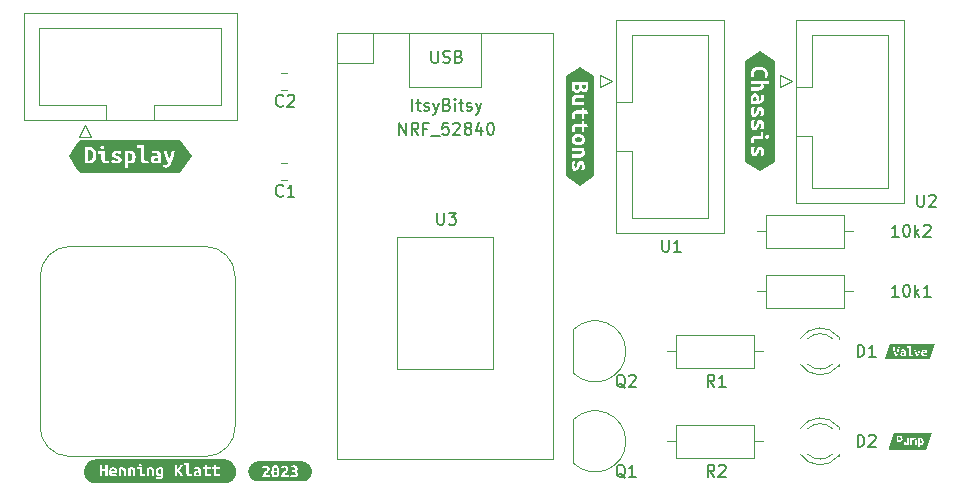
<source format=gbr>
%TF.GenerationSoftware,KiCad,Pcbnew,7.0.3*%
%TF.CreationDate,2023-05-15T17:39:43+02:00*%
%TF.ProjectId,PRO_MCU,50524f5f-4d43-4552-9e6b-696361645f70,rev?*%
%TF.SameCoordinates,Original*%
%TF.FileFunction,Legend,Top*%
%TF.FilePolarity,Positive*%
%FSLAX45Y45*%
G04 Gerber Fmt 4.5, Leading zero omitted, Abs format (unit mm)*
G04 Created by KiCad (PCBNEW 7.0.3) date 2023-05-15 17:39:43*
%MOMM*%
%LPD*%
G01*
G04 APERTURE LIST*
%ADD10C,0.150000*%
%ADD11C,0.120000*%
%ADD12C,0.100000*%
G04 APERTURE END LIST*
D10*
%TO.C,D1*%
X12128059Y-6204982D02*
X12128059Y-6104982D01*
X12128059Y-6104982D02*
X12151868Y-6104982D01*
X12151868Y-6104982D02*
X12166154Y-6109744D01*
X12166154Y-6109744D02*
X12175678Y-6119268D01*
X12175678Y-6119268D02*
X12180440Y-6128791D01*
X12180440Y-6128791D02*
X12185202Y-6147839D01*
X12185202Y-6147839D02*
X12185202Y-6162125D01*
X12185202Y-6162125D02*
X12180440Y-6181172D01*
X12180440Y-6181172D02*
X12175678Y-6190696D01*
X12175678Y-6190696D02*
X12166154Y-6200220D01*
X12166154Y-6200220D02*
X12151868Y-6204982D01*
X12151868Y-6204982D02*
X12128059Y-6204982D01*
X12280440Y-6204982D02*
X12223297Y-6204982D01*
X12251868Y-6204982D02*
X12251868Y-6104982D01*
X12251868Y-6104982D02*
X12242345Y-6119268D01*
X12242345Y-6119268D02*
X12232821Y-6128791D01*
X12232821Y-6128791D02*
X12223297Y-6133553D01*
%TO.C,C2*%
X7264202Y-4077458D02*
X7259440Y-4082220D01*
X7259440Y-4082220D02*
X7245154Y-4086982D01*
X7245154Y-4086982D02*
X7235630Y-4086982D01*
X7235630Y-4086982D02*
X7221345Y-4082220D01*
X7221345Y-4082220D02*
X7211821Y-4072696D01*
X7211821Y-4072696D02*
X7207059Y-4063172D01*
X7207059Y-4063172D02*
X7202297Y-4044125D01*
X7202297Y-4044125D02*
X7202297Y-4029839D01*
X7202297Y-4029839D02*
X7207059Y-4010791D01*
X7207059Y-4010791D02*
X7211821Y-4001268D01*
X7211821Y-4001268D02*
X7221345Y-3991744D01*
X7221345Y-3991744D02*
X7235630Y-3986982D01*
X7235630Y-3986982D02*
X7245154Y-3986982D01*
X7245154Y-3986982D02*
X7259440Y-3991744D01*
X7259440Y-3991744D02*
X7264202Y-3996506D01*
X7302297Y-3996506D02*
X7307059Y-3991744D01*
X7307059Y-3991744D02*
X7316583Y-3986982D01*
X7316583Y-3986982D02*
X7340392Y-3986982D01*
X7340392Y-3986982D02*
X7349916Y-3991744D01*
X7349916Y-3991744D02*
X7354678Y-3996506D01*
X7354678Y-3996506D02*
X7359440Y-4006029D01*
X7359440Y-4006029D02*
X7359440Y-4015553D01*
X7359440Y-4015553D02*
X7354678Y-4029839D01*
X7354678Y-4029839D02*
X7297535Y-4086982D01*
X7297535Y-4086982D02*
X7359440Y-4086982D01*
%TO.C,Q1*%
X10160345Y-7230506D02*
X10150821Y-7225744D01*
X10150821Y-7225744D02*
X10141297Y-7216220D01*
X10141297Y-7216220D02*
X10127011Y-7201934D01*
X10127011Y-7201934D02*
X10117487Y-7197172D01*
X10117487Y-7197172D02*
X10107964Y-7197172D01*
X10112726Y-7220982D02*
X10103202Y-7216220D01*
X10103202Y-7216220D02*
X10093678Y-7206696D01*
X10093678Y-7206696D02*
X10088916Y-7187648D01*
X10088916Y-7187648D02*
X10088916Y-7154315D01*
X10088916Y-7154315D02*
X10093678Y-7135268D01*
X10093678Y-7135268D02*
X10103202Y-7125744D01*
X10103202Y-7125744D02*
X10112726Y-7120982D01*
X10112726Y-7120982D02*
X10131773Y-7120982D01*
X10131773Y-7120982D02*
X10141297Y-7125744D01*
X10141297Y-7125744D02*
X10150821Y-7135268D01*
X10150821Y-7135268D02*
X10155583Y-7154315D01*
X10155583Y-7154315D02*
X10155583Y-7187648D01*
X10155583Y-7187648D02*
X10150821Y-7206696D01*
X10150821Y-7206696D02*
X10141297Y-7216220D01*
X10141297Y-7216220D02*
X10131773Y-7220982D01*
X10131773Y-7220982D02*
X10112726Y-7220982D01*
X10250821Y-7220982D02*
X10193678Y-7220982D01*
X10222249Y-7220982D02*
X10222249Y-7120982D01*
X10222249Y-7120982D02*
X10212726Y-7135268D01*
X10212726Y-7135268D02*
X10203202Y-7144791D01*
X10203202Y-7144791D02*
X10193678Y-7149553D01*
%TO.C,C1*%
X7264202Y-4839458D02*
X7259440Y-4844220D01*
X7259440Y-4844220D02*
X7245154Y-4848982D01*
X7245154Y-4848982D02*
X7235630Y-4848982D01*
X7235630Y-4848982D02*
X7221345Y-4844220D01*
X7221345Y-4844220D02*
X7211821Y-4834696D01*
X7211821Y-4834696D02*
X7207059Y-4825172D01*
X7207059Y-4825172D02*
X7202297Y-4806125D01*
X7202297Y-4806125D02*
X7202297Y-4791839D01*
X7202297Y-4791839D02*
X7207059Y-4772791D01*
X7207059Y-4772791D02*
X7211821Y-4763268D01*
X7211821Y-4763268D02*
X7221345Y-4753744D01*
X7221345Y-4753744D02*
X7235630Y-4748982D01*
X7235630Y-4748982D02*
X7245154Y-4748982D01*
X7245154Y-4748982D02*
X7259440Y-4753744D01*
X7259440Y-4753744D02*
X7264202Y-4758506D01*
X7359440Y-4848982D02*
X7302297Y-4848982D01*
X7330868Y-4848982D02*
X7330868Y-4748982D01*
X7330868Y-4748982D02*
X7321345Y-4763268D01*
X7321345Y-4763268D02*
X7311821Y-4772791D01*
X7311821Y-4772791D02*
X7302297Y-4777553D01*
%TO.C,U1*%
X10474678Y-5215982D02*
X10474678Y-5296934D01*
X10474678Y-5296934D02*
X10479440Y-5306458D01*
X10479440Y-5306458D02*
X10484202Y-5311220D01*
X10484202Y-5311220D02*
X10493726Y-5315982D01*
X10493726Y-5315982D02*
X10512773Y-5315982D01*
X10512773Y-5315982D02*
X10522297Y-5311220D01*
X10522297Y-5311220D02*
X10527059Y-5306458D01*
X10527059Y-5306458D02*
X10531821Y-5296934D01*
X10531821Y-5296934D02*
X10531821Y-5215982D01*
X10631821Y-5315982D02*
X10574678Y-5315982D01*
X10603249Y-5315982D02*
X10603249Y-5215982D01*
X10603249Y-5215982D02*
X10593726Y-5230268D01*
X10593726Y-5230268D02*
X10584202Y-5239791D01*
X10584202Y-5239791D02*
X10574678Y-5244553D01*
%TO.C,R2*%
X10915202Y-7220982D02*
X10881868Y-7173363D01*
X10858059Y-7220982D02*
X10858059Y-7120982D01*
X10858059Y-7120982D02*
X10896154Y-7120982D01*
X10896154Y-7120982D02*
X10905678Y-7125744D01*
X10905678Y-7125744D02*
X10910440Y-7130506D01*
X10910440Y-7130506D02*
X10915202Y-7140029D01*
X10915202Y-7140029D02*
X10915202Y-7154315D01*
X10915202Y-7154315D02*
X10910440Y-7163839D01*
X10910440Y-7163839D02*
X10905678Y-7168601D01*
X10905678Y-7168601D02*
X10896154Y-7173363D01*
X10896154Y-7173363D02*
X10858059Y-7173363D01*
X10953297Y-7130506D02*
X10958059Y-7125744D01*
X10958059Y-7125744D02*
X10967583Y-7120982D01*
X10967583Y-7120982D02*
X10991392Y-7120982D01*
X10991392Y-7120982D02*
X11000916Y-7125744D01*
X11000916Y-7125744D02*
X11005678Y-7130506D01*
X11005678Y-7130506D02*
X11010440Y-7140029D01*
X11010440Y-7140029D02*
X11010440Y-7149553D01*
X11010440Y-7149553D02*
X11005678Y-7163839D01*
X11005678Y-7163839D02*
X10948535Y-7220982D01*
X10948535Y-7220982D02*
X11010440Y-7220982D01*
%TO.C,D2*%
X12128059Y-6966982D02*
X12128059Y-6866982D01*
X12128059Y-6866982D02*
X12151868Y-6866982D01*
X12151868Y-6866982D02*
X12166154Y-6871744D01*
X12166154Y-6871744D02*
X12175678Y-6881268D01*
X12175678Y-6881268D02*
X12180440Y-6890791D01*
X12180440Y-6890791D02*
X12185202Y-6909839D01*
X12185202Y-6909839D02*
X12185202Y-6924125D01*
X12185202Y-6924125D02*
X12180440Y-6943172D01*
X12180440Y-6943172D02*
X12175678Y-6952696D01*
X12175678Y-6952696D02*
X12166154Y-6962220D01*
X12166154Y-6962220D02*
X12151868Y-6966982D01*
X12151868Y-6966982D02*
X12128059Y-6966982D01*
X12223297Y-6876506D02*
X12228059Y-6871744D01*
X12228059Y-6871744D02*
X12237583Y-6866982D01*
X12237583Y-6866982D02*
X12261392Y-6866982D01*
X12261392Y-6866982D02*
X12270916Y-6871744D01*
X12270916Y-6871744D02*
X12275678Y-6876506D01*
X12275678Y-6876506D02*
X12280440Y-6886029D01*
X12280440Y-6886029D02*
X12280440Y-6895553D01*
X12280440Y-6895553D02*
X12275678Y-6909839D01*
X12275678Y-6909839D02*
X12218535Y-6966982D01*
X12218535Y-6966982D02*
X12280440Y-6966982D01*
%TO.C,U3*%
X8569678Y-4987382D02*
X8569678Y-5068334D01*
X8569678Y-5068334D02*
X8574440Y-5077858D01*
X8574440Y-5077858D02*
X8579202Y-5082620D01*
X8579202Y-5082620D02*
X8588726Y-5087382D01*
X8588726Y-5087382D02*
X8607773Y-5087382D01*
X8607773Y-5087382D02*
X8617297Y-5082620D01*
X8617297Y-5082620D02*
X8622059Y-5077858D01*
X8622059Y-5077858D02*
X8626821Y-5068334D01*
X8626821Y-5068334D02*
X8626821Y-4987382D01*
X8664916Y-4987382D02*
X8726821Y-4987382D01*
X8726821Y-4987382D02*
X8693487Y-5025477D01*
X8693487Y-5025477D02*
X8707773Y-5025477D01*
X8707773Y-5025477D02*
X8717297Y-5030239D01*
X8717297Y-5030239D02*
X8722059Y-5035001D01*
X8722059Y-5035001D02*
X8726821Y-5044525D01*
X8726821Y-5044525D02*
X8726821Y-5068334D01*
X8726821Y-5068334D02*
X8722059Y-5077858D01*
X8722059Y-5077858D02*
X8717297Y-5082620D01*
X8717297Y-5082620D02*
X8707773Y-5087382D01*
X8707773Y-5087382D02*
X8679202Y-5087382D01*
X8679202Y-5087382D02*
X8669678Y-5082620D01*
X8669678Y-5082620D02*
X8664916Y-5077858D01*
X8357773Y-4122182D02*
X8357773Y-4022182D01*
X8391106Y-4055515D02*
X8429202Y-4055515D01*
X8405392Y-4022182D02*
X8405392Y-4107896D01*
X8405392Y-4107896D02*
X8410154Y-4117420D01*
X8410154Y-4117420D02*
X8419678Y-4122182D01*
X8419678Y-4122182D02*
X8429202Y-4122182D01*
X8457773Y-4117420D02*
X8467297Y-4122182D01*
X8467297Y-4122182D02*
X8486345Y-4122182D01*
X8486345Y-4122182D02*
X8495868Y-4117420D01*
X8495868Y-4117420D02*
X8500630Y-4107896D01*
X8500630Y-4107896D02*
X8500630Y-4103134D01*
X8500630Y-4103134D02*
X8495868Y-4093610D01*
X8495868Y-4093610D02*
X8486345Y-4088848D01*
X8486345Y-4088848D02*
X8472059Y-4088848D01*
X8472059Y-4088848D02*
X8462535Y-4084087D01*
X8462535Y-4084087D02*
X8457773Y-4074563D01*
X8457773Y-4074563D02*
X8457773Y-4069801D01*
X8457773Y-4069801D02*
X8462535Y-4060277D01*
X8462535Y-4060277D02*
X8472059Y-4055515D01*
X8472059Y-4055515D02*
X8486345Y-4055515D01*
X8486345Y-4055515D02*
X8495868Y-4060277D01*
X8533964Y-4055515D02*
X8557773Y-4122182D01*
X8581583Y-4055515D02*
X8557773Y-4122182D01*
X8557773Y-4122182D02*
X8548249Y-4145991D01*
X8548249Y-4145991D02*
X8543487Y-4150753D01*
X8543487Y-4150753D02*
X8533964Y-4155515D01*
X8653011Y-4069801D02*
X8667297Y-4074563D01*
X8667297Y-4074563D02*
X8672059Y-4079325D01*
X8672059Y-4079325D02*
X8676821Y-4088848D01*
X8676821Y-4088848D02*
X8676821Y-4103134D01*
X8676821Y-4103134D02*
X8672059Y-4112658D01*
X8672059Y-4112658D02*
X8667297Y-4117420D01*
X8667297Y-4117420D02*
X8657773Y-4122182D01*
X8657773Y-4122182D02*
X8619678Y-4122182D01*
X8619678Y-4122182D02*
X8619678Y-4022182D01*
X8619678Y-4022182D02*
X8653011Y-4022182D01*
X8653011Y-4022182D02*
X8662535Y-4026944D01*
X8662535Y-4026944D02*
X8667297Y-4031706D01*
X8667297Y-4031706D02*
X8672059Y-4041229D01*
X8672059Y-4041229D02*
X8672059Y-4050753D01*
X8672059Y-4050753D02*
X8667297Y-4060277D01*
X8667297Y-4060277D02*
X8662535Y-4065039D01*
X8662535Y-4065039D02*
X8653011Y-4069801D01*
X8653011Y-4069801D02*
X8619678Y-4069801D01*
X8719678Y-4122182D02*
X8719678Y-4055515D01*
X8719678Y-4022182D02*
X8714916Y-4026944D01*
X8714916Y-4026944D02*
X8719678Y-4031706D01*
X8719678Y-4031706D02*
X8724440Y-4026944D01*
X8724440Y-4026944D02*
X8719678Y-4022182D01*
X8719678Y-4022182D02*
X8719678Y-4031706D01*
X8753011Y-4055515D02*
X8791106Y-4055515D01*
X8767297Y-4022182D02*
X8767297Y-4107896D01*
X8767297Y-4107896D02*
X8772059Y-4117420D01*
X8772059Y-4117420D02*
X8781583Y-4122182D01*
X8781583Y-4122182D02*
X8791106Y-4122182D01*
X8819678Y-4117420D02*
X8829202Y-4122182D01*
X8829202Y-4122182D02*
X8848249Y-4122182D01*
X8848249Y-4122182D02*
X8857773Y-4117420D01*
X8857773Y-4117420D02*
X8862535Y-4107896D01*
X8862535Y-4107896D02*
X8862535Y-4103134D01*
X8862535Y-4103134D02*
X8857773Y-4093610D01*
X8857773Y-4093610D02*
X8848249Y-4088848D01*
X8848249Y-4088848D02*
X8833964Y-4088848D01*
X8833964Y-4088848D02*
X8824440Y-4084087D01*
X8824440Y-4084087D02*
X8819678Y-4074563D01*
X8819678Y-4074563D02*
X8819678Y-4069801D01*
X8819678Y-4069801D02*
X8824440Y-4060277D01*
X8824440Y-4060277D02*
X8833964Y-4055515D01*
X8833964Y-4055515D02*
X8848249Y-4055515D01*
X8848249Y-4055515D02*
X8857773Y-4060277D01*
X8895868Y-4055515D02*
X8919678Y-4122182D01*
X8943487Y-4055515D02*
X8919678Y-4122182D01*
X8919678Y-4122182D02*
X8910154Y-4145991D01*
X8910154Y-4145991D02*
X8905392Y-4150753D01*
X8905392Y-4150753D02*
X8895868Y-4155515D01*
X8248249Y-4325382D02*
X8248249Y-4225382D01*
X8248249Y-4225382D02*
X8305392Y-4325382D01*
X8305392Y-4325382D02*
X8305392Y-4225382D01*
X8410154Y-4325382D02*
X8376821Y-4277763D01*
X8353011Y-4325382D02*
X8353011Y-4225382D01*
X8353011Y-4225382D02*
X8391106Y-4225382D01*
X8391106Y-4225382D02*
X8400630Y-4230144D01*
X8400630Y-4230144D02*
X8405392Y-4234906D01*
X8405392Y-4234906D02*
X8410154Y-4244430D01*
X8410154Y-4244430D02*
X8410154Y-4258715D01*
X8410154Y-4258715D02*
X8405392Y-4268239D01*
X8405392Y-4268239D02*
X8400630Y-4273001D01*
X8400630Y-4273001D02*
X8391106Y-4277763D01*
X8391106Y-4277763D02*
X8353011Y-4277763D01*
X8486345Y-4273001D02*
X8453011Y-4273001D01*
X8453011Y-4325382D02*
X8453011Y-4225382D01*
X8453011Y-4225382D02*
X8500630Y-4225382D01*
X8514916Y-4334906D02*
X8591106Y-4334906D01*
X8662535Y-4225382D02*
X8614916Y-4225382D01*
X8614916Y-4225382D02*
X8610154Y-4273001D01*
X8610154Y-4273001D02*
X8614916Y-4268239D01*
X8614916Y-4268239D02*
X8624440Y-4263477D01*
X8624440Y-4263477D02*
X8648249Y-4263477D01*
X8648249Y-4263477D02*
X8657773Y-4268239D01*
X8657773Y-4268239D02*
X8662535Y-4273001D01*
X8662535Y-4273001D02*
X8667297Y-4282525D01*
X8667297Y-4282525D02*
X8667297Y-4306334D01*
X8667297Y-4306334D02*
X8662535Y-4315858D01*
X8662535Y-4315858D02*
X8657773Y-4320620D01*
X8657773Y-4320620D02*
X8648249Y-4325382D01*
X8648249Y-4325382D02*
X8624440Y-4325382D01*
X8624440Y-4325382D02*
X8614916Y-4320620D01*
X8614916Y-4320620D02*
X8610154Y-4315858D01*
X8705392Y-4234906D02*
X8710154Y-4230144D01*
X8710154Y-4230144D02*
X8719678Y-4225382D01*
X8719678Y-4225382D02*
X8743487Y-4225382D01*
X8743487Y-4225382D02*
X8753011Y-4230144D01*
X8753011Y-4230144D02*
X8757773Y-4234906D01*
X8757773Y-4234906D02*
X8762535Y-4244430D01*
X8762535Y-4244430D02*
X8762535Y-4253953D01*
X8762535Y-4253953D02*
X8757773Y-4268239D01*
X8757773Y-4268239D02*
X8700630Y-4325382D01*
X8700630Y-4325382D02*
X8762535Y-4325382D01*
X8819678Y-4268239D02*
X8810154Y-4263477D01*
X8810154Y-4263477D02*
X8805392Y-4258715D01*
X8805392Y-4258715D02*
X8800630Y-4249191D01*
X8800630Y-4249191D02*
X8800630Y-4244430D01*
X8800630Y-4244430D02*
X8805392Y-4234906D01*
X8805392Y-4234906D02*
X8810154Y-4230144D01*
X8810154Y-4230144D02*
X8819678Y-4225382D01*
X8819678Y-4225382D02*
X8838726Y-4225382D01*
X8838726Y-4225382D02*
X8848249Y-4230144D01*
X8848249Y-4230144D02*
X8853011Y-4234906D01*
X8853011Y-4234906D02*
X8857773Y-4244430D01*
X8857773Y-4244430D02*
X8857773Y-4249191D01*
X8857773Y-4249191D02*
X8853011Y-4258715D01*
X8853011Y-4258715D02*
X8848249Y-4263477D01*
X8848249Y-4263477D02*
X8838726Y-4268239D01*
X8838726Y-4268239D02*
X8819678Y-4268239D01*
X8819678Y-4268239D02*
X8810154Y-4273001D01*
X8810154Y-4273001D02*
X8805392Y-4277763D01*
X8805392Y-4277763D02*
X8800630Y-4287287D01*
X8800630Y-4287287D02*
X8800630Y-4306334D01*
X8800630Y-4306334D02*
X8805392Y-4315858D01*
X8805392Y-4315858D02*
X8810154Y-4320620D01*
X8810154Y-4320620D02*
X8819678Y-4325382D01*
X8819678Y-4325382D02*
X8838726Y-4325382D01*
X8838726Y-4325382D02*
X8848249Y-4320620D01*
X8848249Y-4320620D02*
X8853011Y-4315858D01*
X8853011Y-4315858D02*
X8857773Y-4306334D01*
X8857773Y-4306334D02*
X8857773Y-4287287D01*
X8857773Y-4287287D02*
X8853011Y-4277763D01*
X8853011Y-4277763D02*
X8848249Y-4273001D01*
X8848249Y-4273001D02*
X8838726Y-4268239D01*
X8943487Y-4258715D02*
X8943487Y-4325382D01*
X8919678Y-4220620D02*
X8895868Y-4292049D01*
X8895868Y-4292049D02*
X8957773Y-4292049D01*
X9014916Y-4225382D02*
X9024440Y-4225382D01*
X9024440Y-4225382D02*
X9033964Y-4230144D01*
X9033964Y-4230144D02*
X9038726Y-4234906D01*
X9038726Y-4234906D02*
X9043487Y-4244430D01*
X9043487Y-4244430D02*
X9048249Y-4263477D01*
X9048249Y-4263477D02*
X9048249Y-4287287D01*
X9048249Y-4287287D02*
X9043487Y-4306334D01*
X9043487Y-4306334D02*
X9038726Y-4315858D01*
X9038726Y-4315858D02*
X9033964Y-4320620D01*
X9033964Y-4320620D02*
X9024440Y-4325382D01*
X9024440Y-4325382D02*
X9014916Y-4325382D01*
X9014916Y-4325382D02*
X9005392Y-4320620D01*
X9005392Y-4320620D02*
X9000630Y-4315858D01*
X9000630Y-4315858D02*
X8995868Y-4306334D01*
X8995868Y-4306334D02*
X8991107Y-4287287D01*
X8991107Y-4287287D02*
X8991107Y-4263477D01*
X8991107Y-4263477D02*
X8995868Y-4244430D01*
X8995868Y-4244430D02*
X9000630Y-4234906D01*
X9000630Y-4234906D02*
X9005392Y-4230144D01*
X9005392Y-4230144D02*
X9014916Y-4225382D01*
X8519678Y-3615782D02*
X8519678Y-3696734D01*
X8519678Y-3696734D02*
X8524440Y-3706258D01*
X8524440Y-3706258D02*
X8529202Y-3711020D01*
X8529202Y-3711020D02*
X8538726Y-3715782D01*
X8538726Y-3715782D02*
X8557773Y-3715782D01*
X8557773Y-3715782D02*
X8567297Y-3711020D01*
X8567297Y-3711020D02*
X8572059Y-3706258D01*
X8572059Y-3706258D02*
X8576821Y-3696734D01*
X8576821Y-3696734D02*
X8576821Y-3615782D01*
X8619678Y-3711020D02*
X8633964Y-3715782D01*
X8633964Y-3715782D02*
X8657773Y-3715782D01*
X8657773Y-3715782D02*
X8667297Y-3711020D01*
X8667297Y-3711020D02*
X8672059Y-3706258D01*
X8672059Y-3706258D02*
X8676821Y-3696734D01*
X8676821Y-3696734D02*
X8676821Y-3687210D01*
X8676821Y-3687210D02*
X8672059Y-3677687D01*
X8672059Y-3677687D02*
X8667297Y-3672925D01*
X8667297Y-3672925D02*
X8657773Y-3668163D01*
X8657773Y-3668163D02*
X8638726Y-3663401D01*
X8638726Y-3663401D02*
X8629202Y-3658639D01*
X8629202Y-3658639D02*
X8624440Y-3653877D01*
X8624440Y-3653877D02*
X8619678Y-3644353D01*
X8619678Y-3644353D02*
X8619678Y-3634829D01*
X8619678Y-3634829D02*
X8624440Y-3625306D01*
X8624440Y-3625306D02*
X8629202Y-3620544D01*
X8629202Y-3620544D02*
X8638726Y-3615782D01*
X8638726Y-3615782D02*
X8662535Y-3615782D01*
X8662535Y-3615782D02*
X8676821Y-3620544D01*
X8753011Y-3663401D02*
X8767297Y-3668163D01*
X8767297Y-3668163D02*
X8772059Y-3672925D01*
X8772059Y-3672925D02*
X8776821Y-3682448D01*
X8776821Y-3682448D02*
X8776821Y-3696734D01*
X8776821Y-3696734D02*
X8772059Y-3706258D01*
X8772059Y-3706258D02*
X8767297Y-3711020D01*
X8767297Y-3711020D02*
X8757773Y-3715782D01*
X8757773Y-3715782D02*
X8719678Y-3715782D01*
X8719678Y-3715782D02*
X8719678Y-3615782D01*
X8719678Y-3615782D02*
X8753011Y-3615782D01*
X8753011Y-3615782D02*
X8762535Y-3620544D01*
X8762535Y-3620544D02*
X8767297Y-3625306D01*
X8767297Y-3625306D02*
X8772059Y-3634829D01*
X8772059Y-3634829D02*
X8772059Y-3644353D01*
X8772059Y-3644353D02*
X8767297Y-3653877D01*
X8767297Y-3653877D02*
X8762535Y-3658639D01*
X8762535Y-3658639D02*
X8753011Y-3663401D01*
X8753011Y-3663401D02*
X8719678Y-3663401D01*
%TO.C,U2*%
X12633678Y-4834982D02*
X12633678Y-4915934D01*
X12633678Y-4915934D02*
X12638440Y-4925458D01*
X12638440Y-4925458D02*
X12643202Y-4930220D01*
X12643202Y-4930220D02*
X12652725Y-4934982D01*
X12652725Y-4934982D02*
X12671773Y-4934982D01*
X12671773Y-4934982D02*
X12681297Y-4930220D01*
X12681297Y-4930220D02*
X12686059Y-4925458D01*
X12686059Y-4925458D02*
X12690821Y-4915934D01*
X12690821Y-4915934D02*
X12690821Y-4834982D01*
X12733678Y-4844506D02*
X12738440Y-4839744D01*
X12738440Y-4839744D02*
X12747964Y-4834982D01*
X12747964Y-4834982D02*
X12771773Y-4834982D01*
X12771773Y-4834982D02*
X12781297Y-4839744D01*
X12781297Y-4839744D02*
X12786059Y-4844506D01*
X12786059Y-4844506D02*
X12790821Y-4854030D01*
X12790821Y-4854030D02*
X12790821Y-4863553D01*
X12790821Y-4863553D02*
X12786059Y-4877839D01*
X12786059Y-4877839D02*
X12728916Y-4934982D01*
X12728916Y-4934982D02*
X12790821Y-4934982D01*
%TO.C,10k2*%
X12475725Y-5188982D02*
X12418583Y-5188982D01*
X12447154Y-5188982D02*
X12447154Y-5088982D01*
X12447154Y-5088982D02*
X12437630Y-5103268D01*
X12437630Y-5103268D02*
X12428106Y-5112791D01*
X12428106Y-5112791D02*
X12418583Y-5117553D01*
X12537630Y-5088982D02*
X12547154Y-5088982D01*
X12547154Y-5088982D02*
X12556678Y-5093744D01*
X12556678Y-5093744D02*
X12561440Y-5098506D01*
X12561440Y-5098506D02*
X12566202Y-5108030D01*
X12566202Y-5108030D02*
X12570964Y-5127077D01*
X12570964Y-5127077D02*
X12570964Y-5150887D01*
X12570964Y-5150887D02*
X12566202Y-5169934D01*
X12566202Y-5169934D02*
X12561440Y-5179458D01*
X12561440Y-5179458D02*
X12556678Y-5184220D01*
X12556678Y-5184220D02*
X12547154Y-5188982D01*
X12547154Y-5188982D02*
X12537630Y-5188982D01*
X12537630Y-5188982D02*
X12528106Y-5184220D01*
X12528106Y-5184220D02*
X12523345Y-5179458D01*
X12523345Y-5179458D02*
X12518583Y-5169934D01*
X12518583Y-5169934D02*
X12513821Y-5150887D01*
X12513821Y-5150887D02*
X12513821Y-5127077D01*
X12513821Y-5127077D02*
X12518583Y-5108030D01*
X12518583Y-5108030D02*
X12523345Y-5098506D01*
X12523345Y-5098506D02*
X12528106Y-5093744D01*
X12528106Y-5093744D02*
X12537630Y-5088982D01*
X12613821Y-5188982D02*
X12613821Y-5088982D01*
X12623345Y-5150887D02*
X12651916Y-5188982D01*
X12651916Y-5122315D02*
X12613821Y-5160410D01*
X12690011Y-5098506D02*
X12694773Y-5093744D01*
X12694773Y-5093744D02*
X12704297Y-5088982D01*
X12704297Y-5088982D02*
X12728106Y-5088982D01*
X12728106Y-5088982D02*
X12737630Y-5093744D01*
X12737630Y-5093744D02*
X12742392Y-5098506D01*
X12742392Y-5098506D02*
X12747154Y-5108030D01*
X12747154Y-5108030D02*
X12747154Y-5117553D01*
X12747154Y-5117553D02*
X12742392Y-5131839D01*
X12742392Y-5131839D02*
X12685249Y-5188982D01*
X12685249Y-5188982D02*
X12747154Y-5188982D01*
%TO.C,10k1*%
X12475725Y-5696982D02*
X12418583Y-5696982D01*
X12447154Y-5696982D02*
X12447154Y-5596982D01*
X12447154Y-5596982D02*
X12437630Y-5611268D01*
X12437630Y-5611268D02*
X12428106Y-5620791D01*
X12428106Y-5620791D02*
X12418583Y-5625553D01*
X12537630Y-5596982D02*
X12547154Y-5596982D01*
X12547154Y-5596982D02*
X12556678Y-5601744D01*
X12556678Y-5601744D02*
X12561440Y-5606506D01*
X12561440Y-5606506D02*
X12566202Y-5616029D01*
X12566202Y-5616029D02*
X12570964Y-5635077D01*
X12570964Y-5635077D02*
X12570964Y-5658887D01*
X12570964Y-5658887D02*
X12566202Y-5677934D01*
X12566202Y-5677934D02*
X12561440Y-5687458D01*
X12561440Y-5687458D02*
X12556678Y-5692220D01*
X12556678Y-5692220D02*
X12547154Y-5696982D01*
X12547154Y-5696982D02*
X12537630Y-5696982D01*
X12537630Y-5696982D02*
X12528106Y-5692220D01*
X12528106Y-5692220D02*
X12523345Y-5687458D01*
X12523345Y-5687458D02*
X12518583Y-5677934D01*
X12518583Y-5677934D02*
X12513821Y-5658887D01*
X12513821Y-5658887D02*
X12513821Y-5635077D01*
X12513821Y-5635077D02*
X12518583Y-5616029D01*
X12518583Y-5616029D02*
X12523345Y-5606506D01*
X12523345Y-5606506D02*
X12528106Y-5601744D01*
X12528106Y-5601744D02*
X12537630Y-5596982D01*
X12613821Y-5696982D02*
X12613821Y-5596982D01*
X12623345Y-5658887D02*
X12651916Y-5696982D01*
X12651916Y-5630315D02*
X12613821Y-5668410D01*
X12747154Y-5696982D02*
X12690011Y-5696982D01*
X12718583Y-5696982D02*
X12718583Y-5596982D01*
X12718583Y-5596982D02*
X12709059Y-5611268D01*
X12709059Y-5611268D02*
X12699535Y-5620791D01*
X12699535Y-5620791D02*
X12690011Y-5625553D01*
%TO.C,Q2*%
X10160345Y-6468506D02*
X10150821Y-6463744D01*
X10150821Y-6463744D02*
X10141297Y-6454220D01*
X10141297Y-6454220D02*
X10127011Y-6439934D01*
X10127011Y-6439934D02*
X10117487Y-6435172D01*
X10117487Y-6435172D02*
X10107964Y-6435172D01*
X10112726Y-6458982D02*
X10103202Y-6454220D01*
X10103202Y-6454220D02*
X10093678Y-6444696D01*
X10093678Y-6444696D02*
X10088916Y-6425648D01*
X10088916Y-6425648D02*
X10088916Y-6392315D01*
X10088916Y-6392315D02*
X10093678Y-6373268D01*
X10093678Y-6373268D02*
X10103202Y-6363744D01*
X10103202Y-6363744D02*
X10112726Y-6358982D01*
X10112726Y-6358982D02*
X10131773Y-6358982D01*
X10131773Y-6358982D02*
X10141297Y-6363744D01*
X10141297Y-6363744D02*
X10150821Y-6373268D01*
X10150821Y-6373268D02*
X10155583Y-6392315D01*
X10155583Y-6392315D02*
X10155583Y-6425648D01*
X10155583Y-6425648D02*
X10150821Y-6444696D01*
X10150821Y-6444696D02*
X10141297Y-6454220D01*
X10141297Y-6454220D02*
X10131773Y-6458982D01*
X10131773Y-6458982D02*
X10112726Y-6458982D01*
X10193678Y-6368506D02*
X10198440Y-6363744D01*
X10198440Y-6363744D02*
X10207964Y-6358982D01*
X10207964Y-6358982D02*
X10231773Y-6358982D01*
X10231773Y-6358982D02*
X10241297Y-6363744D01*
X10241297Y-6363744D02*
X10246059Y-6368506D01*
X10246059Y-6368506D02*
X10250821Y-6378029D01*
X10250821Y-6378029D02*
X10250821Y-6387553D01*
X10250821Y-6387553D02*
X10246059Y-6401839D01*
X10246059Y-6401839D02*
X10188916Y-6458982D01*
X10188916Y-6458982D02*
X10250821Y-6458982D01*
%TO.C,R1*%
X10915202Y-6458982D02*
X10881868Y-6411363D01*
X10858059Y-6458982D02*
X10858059Y-6358982D01*
X10858059Y-6358982D02*
X10896154Y-6358982D01*
X10896154Y-6358982D02*
X10905678Y-6363744D01*
X10905678Y-6363744D02*
X10910440Y-6368506D01*
X10910440Y-6368506D02*
X10915202Y-6378029D01*
X10915202Y-6378029D02*
X10915202Y-6392315D01*
X10915202Y-6392315D02*
X10910440Y-6401839D01*
X10910440Y-6401839D02*
X10905678Y-6406601D01*
X10905678Y-6406601D02*
X10896154Y-6411363D01*
X10896154Y-6411363D02*
X10858059Y-6411363D01*
X11010440Y-6458982D02*
X10953297Y-6458982D01*
X10981868Y-6458982D02*
X10981868Y-6358982D01*
X10981868Y-6358982D02*
X10972345Y-6373268D01*
X10972345Y-6373268D02*
X10962821Y-6382791D01*
X10962821Y-6382791D02*
X10953297Y-6387553D01*
%TO.C,kibuzzard-646251AC*%
G36*
X12711807Y-6993394D02*
G01*
X12687002Y-6993394D01*
X12653308Y-6993394D01*
X12627709Y-6993394D01*
X12541865Y-6993394D01*
X12473642Y-6993394D01*
X12458998Y-6993394D01*
X12434193Y-6993394D01*
X12391057Y-6993394D01*
X12398498Y-6968589D01*
X12638663Y-6968589D01*
X12653308Y-6968589D01*
X12653308Y-6947515D01*
X12659171Y-6949569D01*
X12664857Y-6950254D01*
X12670006Y-6949718D01*
X12674501Y-6948110D01*
X12681406Y-6942098D01*
X12683817Y-6937841D01*
X12685574Y-6932811D01*
X12686645Y-6927141D01*
X12687002Y-6920964D01*
X12686235Y-6912617D01*
X12683933Y-6905513D01*
X12680097Y-6899652D01*
X12674818Y-6895286D01*
X12668190Y-6892667D01*
X12660213Y-6891794D01*
X12654454Y-6892002D01*
X12648605Y-6892627D01*
X12643172Y-6893580D01*
X12638663Y-6894770D01*
X12638663Y-6968589D01*
X12398498Y-6968589D01*
X12404392Y-6948944D01*
X12458998Y-6948944D01*
X12473642Y-6948944D01*
X12473642Y-6924060D01*
X12478881Y-6924060D01*
X12487685Y-6923405D01*
X12495047Y-6921440D01*
X12500967Y-6918166D01*
X12505300Y-6913424D01*
X12507899Y-6907054D01*
X12508766Y-6899057D01*
X12508106Y-6892984D01*
X12519124Y-6892984D01*
X12519124Y-6924179D01*
X12519362Y-6929656D01*
X12520077Y-6934656D01*
X12523589Y-6942931D01*
X12530554Y-6948349D01*
X12535585Y-6949777D01*
X12541865Y-6950254D01*
X12548399Y-6949986D01*
X12554426Y-6949182D01*
X12555613Y-6948944D01*
X12575084Y-6948944D01*
X12586990Y-6948944D01*
X12586990Y-6905010D01*
X12588954Y-6904653D01*
X12590681Y-6904534D01*
X12594312Y-6906796D01*
X12595443Y-6914773D01*
X12595443Y-6927632D01*
X12607349Y-6927632D01*
X12607349Y-6916440D01*
X12607111Y-6910368D01*
X12606516Y-6905367D01*
X12608659Y-6904712D01*
X12610921Y-6904534D01*
X12612767Y-6904891D01*
X12614315Y-6906319D01*
X12615386Y-6909415D01*
X12615803Y-6914773D01*
X12615803Y-6948944D01*
X12627709Y-6948944D01*
X12627709Y-6915487D01*
X12627560Y-6910025D01*
X12627114Y-6905307D01*
X12624792Y-6898104D01*
X12620089Y-6893818D01*
X12612469Y-6892389D01*
X12606754Y-6893401D01*
X12601992Y-6895723D01*
X12597765Y-6893163D01*
X12592229Y-6892389D01*
X12584251Y-6893104D01*
X12575084Y-6895128D01*
X12575084Y-6948944D01*
X12555613Y-6948944D01*
X12559769Y-6948110D01*
X12564249Y-6947039D01*
X12564249Y-6892984D01*
X12549485Y-6892984D01*
X12549485Y-6936919D01*
X12542818Y-6937514D01*
X12535614Y-6933763D01*
X12534230Y-6929016D01*
X12533769Y-6922274D01*
X12533769Y-6892984D01*
X12519124Y-6892984D01*
X12508106Y-6892984D01*
X12507906Y-6891139D01*
X12505326Y-6884849D01*
X12501027Y-6880185D01*
X12495166Y-6876977D01*
X12487903Y-6875052D01*
X12479238Y-6874411D01*
X12474595Y-6874530D01*
X12469237Y-6874827D01*
X12463820Y-6875363D01*
X12458998Y-6876197D01*
X12458998Y-6948944D01*
X12404392Y-6948944D01*
X12434193Y-6849606D01*
X12458998Y-6849606D01*
X12687002Y-6849606D01*
X12711807Y-6849606D01*
X12754943Y-6849606D01*
X12711807Y-6993394D01*
G37*
G36*
X12665392Y-6905501D02*
G01*
X12669143Y-6909117D01*
X12671375Y-6914609D01*
X12672119Y-6921440D01*
X12671494Y-6928301D01*
X12669619Y-6933406D01*
X12666434Y-6936576D01*
X12661880Y-6937633D01*
X12657118Y-6937038D01*
X12653308Y-6935490D01*
X12653308Y-6904772D01*
X12656522Y-6904474D01*
X12660094Y-6904295D01*
X12665392Y-6905501D01*
G37*
G36*
X12486159Y-6887820D02*
G01*
X12490252Y-6889829D01*
X12492886Y-6893446D01*
X12493764Y-6898938D01*
X12492871Y-6904727D01*
X12490192Y-6908522D01*
X12485757Y-6910621D01*
X12479595Y-6911320D01*
X12473642Y-6911320D01*
X12473642Y-6887508D01*
X12477274Y-6887210D01*
X12480905Y-6887150D01*
X12486159Y-6887820D01*
G37*
%TO.C,kibuzzard-646251A1*%
G36*
X12743775Y-6225917D02*
G01*
X12718971Y-6225917D01*
X12698016Y-6225917D01*
X12627173Y-6225917D01*
X12583716Y-6225917D01*
X12513826Y-6225917D01*
X12447627Y-6225917D01*
X12427029Y-6225917D01*
X12402225Y-6225917D01*
X12362374Y-6225917D01*
X12392319Y-6126103D01*
X12427029Y-6126103D01*
X12428399Y-6132770D01*
X12430363Y-6141105D01*
X12431937Y-6147342D01*
X12433644Y-6153831D01*
X12435483Y-6160572D01*
X12437427Y-6167444D01*
X12439452Y-6174330D01*
X12441555Y-6181229D01*
X12444680Y-6191052D01*
X12447627Y-6199803D01*
X12462748Y-6199803D01*
X12465023Y-6193459D01*
X12467246Y-6186970D01*
X12468656Y-6182658D01*
X12490252Y-6182658D01*
X12491918Y-6191290D01*
X12496681Y-6197005D01*
X12504122Y-6200160D01*
X12513826Y-6201112D01*
X12521297Y-6200874D01*
X12527994Y-6200160D01*
X12537519Y-6198493D01*
X12537519Y-6165155D01*
X12536329Y-6155690D01*
X12532400Y-6148546D01*
X12525077Y-6144022D01*
X12519913Y-6142816D01*
X12513588Y-6142414D01*
X12508319Y-6142608D01*
X12503229Y-6143188D01*
X12495490Y-6144915D01*
X12497514Y-6156702D01*
X12503765Y-6155273D01*
X12511802Y-6154678D01*
X12517279Y-6155377D01*
X12520851Y-6157476D01*
X12523470Y-6164441D01*
X12523470Y-6166227D01*
X12518737Y-6165513D01*
X12513350Y-6165274D01*
X12504658Y-6166167D01*
X12497276Y-6169084D01*
X12492157Y-6174442D01*
X12490252Y-6182658D01*
X12468656Y-6182658D01*
X12469416Y-6180336D01*
X12471499Y-6173668D01*
X12473464Y-6167080D01*
X12475309Y-6160572D01*
X12477839Y-6151091D01*
X12480072Y-6142057D01*
X12481992Y-6133663D01*
X12483584Y-6126103D01*
X12468225Y-6126103D01*
X12467153Y-6132294D01*
X12465844Y-6139438D01*
X12464355Y-6147162D01*
X12462748Y-6155095D01*
X12461022Y-6163072D01*
X12459176Y-6170930D01*
X12457271Y-6178297D01*
X12455366Y-6184801D01*
X12453446Y-6178208D01*
X12451497Y-6170811D01*
X12449592Y-6162953D01*
X12447806Y-6154976D01*
X12446154Y-6147058D01*
X12444651Y-6139378D01*
X12443400Y-6132279D01*
X12442507Y-6126103D01*
X12427029Y-6126103D01*
X12392319Y-6126103D01*
X12394783Y-6117888D01*
X12548830Y-6117888D01*
X12548830Y-6130032D01*
X12564308Y-6130032D01*
X12564308Y-6177538D01*
X12565469Y-6187703D01*
X12568952Y-6195100D01*
X12574964Y-6199609D01*
X12583716Y-6201112D01*
X12590324Y-6200636D01*
X12595265Y-6199505D01*
X12598539Y-6198255D01*
X12600146Y-6197421D01*
X12598241Y-6185634D01*
X12594312Y-6187182D01*
X12586930Y-6188373D01*
X12581215Y-6186349D01*
X12578953Y-6178609D01*
X12578953Y-6143843D01*
X12605742Y-6143843D01*
X12608276Y-6152129D01*
X12610877Y-6160080D01*
X12613544Y-6167697D01*
X12616279Y-6174978D01*
X12619950Y-6184060D01*
X12623582Y-6192335D01*
X12627173Y-6199803D01*
X12639437Y-6199803D01*
X12643088Y-6192335D01*
X12646898Y-6184060D01*
X12650867Y-6174978D01*
X12651959Y-6172299D01*
X12667297Y-6172299D01*
X12667833Y-6178996D01*
X12669441Y-6184801D01*
X12672045Y-6189727D01*
X12675572Y-6193790D01*
X12679978Y-6196975D01*
X12685216Y-6199267D01*
X12691244Y-6200651D01*
X12698016Y-6201112D01*
X12707660Y-6200219D01*
X12715756Y-6198017D01*
X12713732Y-6185515D01*
X12707005Y-6187420D01*
X12698611Y-6188373D01*
X12692122Y-6187584D01*
X12686943Y-6185217D01*
X12683549Y-6181482D01*
X12682418Y-6176585D01*
X12718732Y-6176585D01*
X12718911Y-6174085D01*
X12718971Y-6171109D01*
X12718256Y-6162490D01*
X12716113Y-6155366D01*
X12712541Y-6149737D01*
X12707593Y-6145669D01*
X12701323Y-6143228D01*
X12693729Y-6142414D01*
X12688788Y-6142891D01*
X12683966Y-6144319D01*
X12679472Y-6146686D01*
X12675513Y-6149975D01*
X12672179Y-6154187D01*
X12669560Y-6159321D01*
X12667863Y-6165364D01*
X12667297Y-6172299D01*
X12651959Y-6172299D01*
X12653836Y-6167697D01*
X12656671Y-6160080D01*
X12659372Y-6152129D01*
X12661940Y-6143843D01*
X12647057Y-6143843D01*
X12645822Y-6148516D01*
X12644259Y-6153487D01*
X12642503Y-6158622D01*
X12640687Y-6163786D01*
X12638827Y-6168891D01*
X12636937Y-6173847D01*
X12633484Y-6182777D01*
X12630209Y-6173847D01*
X12628498Y-6168891D01*
X12626816Y-6163786D01*
X12625194Y-6158622D01*
X12623661Y-6153487D01*
X12622277Y-6148516D01*
X12621101Y-6143843D01*
X12605742Y-6143843D01*
X12578953Y-6143843D01*
X12578953Y-6117888D01*
X12548830Y-6117888D01*
X12394783Y-6117888D01*
X12402225Y-6093083D01*
X12427029Y-6093083D01*
X12718971Y-6093083D01*
X12743775Y-6093083D01*
X12783625Y-6093083D01*
X12743775Y-6225917D01*
G37*
G36*
X12698968Y-6155690D02*
G01*
X12702302Y-6158369D01*
X12704207Y-6162119D01*
X12704802Y-6166465D01*
X12682418Y-6166465D01*
X12683430Y-6162060D01*
X12685574Y-6158250D01*
X12689026Y-6155630D01*
X12693967Y-6154678D01*
X12698968Y-6155690D01*
G37*
G36*
X12520017Y-6175692D02*
G01*
X12523470Y-6176109D01*
X12523470Y-6188968D01*
X12519541Y-6189266D01*
X12514897Y-6189325D01*
X12507516Y-6187718D01*
X12504658Y-6182300D01*
X12505611Y-6178848D01*
X12508170Y-6176824D01*
X12511921Y-6175812D01*
X12516326Y-6175514D01*
X12520017Y-6175692D01*
G37*
%TO.C,kibuzzard-64625122*%
G36*
X7431788Y-7091557D02*
G01*
X7439976Y-7092772D01*
X7448006Y-7094783D01*
X7455799Y-7097571D01*
X7463282Y-7101111D01*
X7470382Y-7105366D01*
X7477031Y-7110297D01*
X7483164Y-7115856D01*
X7488723Y-7121989D01*
X7493654Y-7128638D01*
X7497910Y-7135738D01*
X7501449Y-7143221D01*
X7504237Y-7151015D01*
X7506249Y-7159044D01*
X7507463Y-7167232D01*
X7507870Y-7175500D01*
X7507463Y-7183768D01*
X7506249Y-7191956D01*
X7504237Y-7199985D01*
X7501449Y-7207779D01*
X7497910Y-7215262D01*
X7493654Y-7222362D01*
X7488723Y-7229010D01*
X7483164Y-7235144D01*
X7477031Y-7240703D01*
X7470382Y-7245634D01*
X7463282Y-7249889D01*
X7455799Y-7253428D01*
X7448006Y-7256217D01*
X7439976Y-7258228D01*
X7431788Y-7259443D01*
X7423520Y-7259849D01*
X7390447Y-7259849D01*
X7352665Y-7259849D01*
X7312819Y-7259849D01*
X7199789Y-7259849D01*
X7154069Y-7259849D01*
X7087552Y-7259849D01*
X7054480Y-7259849D01*
X7046212Y-7259443D01*
X7038024Y-7258228D01*
X7029994Y-7256217D01*
X7022201Y-7253428D01*
X7014718Y-7249889D01*
X7007618Y-7245634D01*
X7000969Y-7240703D01*
X6994836Y-7235144D01*
X6989277Y-7229010D01*
X6984346Y-7222362D01*
X6980090Y-7215262D01*
X6976551Y-7207779D01*
X6973762Y-7199985D01*
X6971751Y-7191956D01*
X6970537Y-7183768D01*
X6970130Y-7175500D01*
X6970537Y-7167232D01*
X6971751Y-7159044D01*
X6973762Y-7151015D01*
X6976551Y-7143221D01*
X6979379Y-7137241D01*
X7087552Y-7137241D01*
X7097236Y-7150894D01*
X7107237Y-7143432D01*
X7116921Y-7141210D01*
X7126129Y-7144464D01*
X7129780Y-7153751D01*
X7126843Y-7162165D01*
X7119382Y-7170737D01*
X7114699Y-7175282D01*
X7109698Y-7180024D01*
X7104697Y-7185065D01*
X7100014Y-7190502D01*
X7095887Y-7196395D01*
X7092553Y-7202805D01*
X7090350Y-7209790D01*
X7089616Y-7217410D01*
X7089537Y-7220744D01*
X7089934Y-7224712D01*
X7154069Y-7224712D01*
X7154069Y-7208520D01*
X7111841Y-7208520D01*
X7113508Y-7203281D01*
X7117556Y-7197646D01*
X7122636Y-7192248D01*
X7127399Y-7187724D01*
X7135495Y-7179786D01*
X7139199Y-7175341D01*
X7165657Y-7175341D01*
X7166203Y-7187525D01*
X7167840Y-7198042D01*
X7170569Y-7206893D01*
X7174389Y-7214076D01*
X7181091Y-7221132D01*
X7189558Y-7225365D01*
X7199789Y-7226776D01*
X7210019Y-7225365D01*
X7218486Y-7221132D01*
X7225189Y-7214076D01*
X7229009Y-7206893D01*
X7231737Y-7198042D01*
X7233374Y-7187525D01*
X7233920Y-7175341D01*
X7233374Y-7163232D01*
X7231737Y-7152779D01*
X7229009Y-7143983D01*
X7225401Y-7137241D01*
X7246302Y-7137241D01*
X7255986Y-7150894D01*
X7265987Y-7143432D01*
X7275671Y-7141210D01*
X7284879Y-7144464D01*
X7288530Y-7153751D01*
X7285593Y-7162165D01*
X7278132Y-7170737D01*
X7273449Y-7175282D01*
X7268448Y-7180024D01*
X7263447Y-7185065D01*
X7258764Y-7190502D01*
X7254637Y-7196395D01*
X7251303Y-7202805D01*
X7249100Y-7209790D01*
X7248366Y-7217410D01*
X7248287Y-7220744D01*
X7248684Y-7224712D01*
X7312819Y-7224712D01*
X7312819Y-7221379D01*
X7325360Y-7221379D01*
X7330281Y-7223125D01*
X7337187Y-7224871D01*
X7344966Y-7226221D01*
X7352665Y-7226776D01*
X7361833Y-7226201D01*
X7369651Y-7224474D01*
X7376160Y-7221696D01*
X7381399Y-7217966D01*
X7388225Y-7208044D01*
X7390447Y-7195502D01*
X7389396Y-7187525D01*
X7386241Y-7180739D01*
X7381180Y-7175302D01*
X7374414Y-7171372D01*
X7383304Y-7163117D01*
X7386637Y-7151846D01*
X7384732Y-7140892D01*
X7378859Y-7132082D01*
X7368778Y-7126287D01*
X7362130Y-7124740D01*
X7354411Y-7124224D01*
X7345978Y-7124958D01*
X7338457Y-7127161D01*
X7327106Y-7132955D01*
X7334091Y-7147242D01*
X7343537Y-7142718D01*
X7354570Y-7140892D01*
X7363539Y-7143988D01*
X7366794Y-7152481D01*
X7365286Y-7158514D01*
X7361396Y-7162324D01*
X7355999Y-7164387D01*
X7349966Y-7165022D01*
X7342664Y-7165022D01*
X7342664Y-7181215D01*
X7348696Y-7181215D01*
X7357388Y-7181989D01*
X7364412Y-7184311D01*
X7369056Y-7188577D01*
X7370604Y-7195185D01*
X7366556Y-7205821D01*
X7361019Y-7209036D01*
X7352506Y-7210107D01*
X7344985Y-7209671D01*
X7338616Y-7208361D01*
X7329170Y-7205027D01*
X7325360Y-7221379D01*
X7312819Y-7221379D01*
X7312819Y-7208520D01*
X7270591Y-7208520D01*
X7272258Y-7203281D01*
X7276306Y-7197646D01*
X7281386Y-7192248D01*
X7286149Y-7187724D01*
X7294245Y-7179786D01*
X7301389Y-7171214D01*
X7306469Y-7162086D01*
X7308374Y-7152322D01*
X7305834Y-7140019D01*
X7299007Y-7131209D01*
X7289165Y-7125970D01*
X7277576Y-7124224D01*
X7269301Y-7125017D01*
X7260987Y-7127399D01*
X7253149Y-7131447D01*
X7246302Y-7137241D01*
X7225401Y-7137241D01*
X7225189Y-7136844D01*
X7218486Y-7129833D01*
X7210019Y-7125626D01*
X7199789Y-7124224D01*
X7189717Y-7125635D01*
X7181303Y-7129868D01*
X7174547Y-7136924D01*
X7170658Y-7144087D01*
X7167880Y-7152878D01*
X7166213Y-7163296D01*
X7165657Y-7175341D01*
X7139199Y-7175341D01*
X7142639Y-7171214D01*
X7147719Y-7162086D01*
X7149624Y-7152322D01*
X7147084Y-7140019D01*
X7140257Y-7131209D01*
X7130415Y-7125970D01*
X7118826Y-7124224D01*
X7110551Y-7125017D01*
X7102237Y-7127399D01*
X7094399Y-7131447D01*
X7087552Y-7137241D01*
X6979379Y-7137241D01*
X6980090Y-7135738D01*
X6984346Y-7128638D01*
X6989277Y-7121989D01*
X6994836Y-7115856D01*
X7000969Y-7110297D01*
X7007618Y-7105366D01*
X7014718Y-7101111D01*
X7022201Y-7097571D01*
X7029994Y-7094783D01*
X7038024Y-7092772D01*
X7046212Y-7091557D01*
X7054480Y-7091151D01*
X7087552Y-7091151D01*
X7390447Y-7091151D01*
X7423520Y-7091151D01*
X7431788Y-7091557D01*
G37*
G36*
X7206913Y-7143095D02*
G01*
X7212092Y-7149703D01*
X7214429Y-7156468D01*
X7215831Y-7165014D01*
X7216299Y-7175341D01*
X7215831Y-7185757D01*
X7214429Y-7194356D01*
X7212092Y-7201138D01*
X7206913Y-7207746D01*
X7199947Y-7209900D01*
X7199789Y-7209949D01*
X7192764Y-7207746D01*
X7187565Y-7201138D01*
X7185184Y-7194356D01*
X7183755Y-7185757D01*
X7183279Y-7175341D01*
X7183352Y-7173754D01*
X7191057Y-7173754D01*
X7193439Y-7181136D01*
X7199947Y-7184231D01*
X7206218Y-7181136D01*
X7208679Y-7173754D01*
X7206218Y-7166292D01*
X7199947Y-7163117D01*
X7193439Y-7166292D01*
X7191057Y-7173754D01*
X7183352Y-7173754D01*
X7183755Y-7165014D01*
X7185184Y-7156468D01*
X7187565Y-7149703D01*
X7192764Y-7143095D01*
X7199789Y-7140892D01*
X7206913Y-7143095D01*
G37*
%TO.C,kibuzzard-646250F7*%
G36*
X6546136Y-7184628D02*
G01*
X6550739Y-7185184D01*
X6550739Y-7202329D01*
X6545501Y-7202726D01*
X6539309Y-7202805D01*
X6529467Y-7200662D01*
X6525657Y-7193439D01*
X6526927Y-7188835D01*
X6530340Y-7186136D01*
X6535341Y-7184787D01*
X6541214Y-7184390D01*
X6546136Y-7184628D01*
G37*
G36*
X5832237Y-7157958D02*
G01*
X5836682Y-7161530D01*
X5839222Y-7166531D01*
X5840016Y-7172325D01*
X5810171Y-7172325D01*
X5811520Y-7166451D01*
X5814377Y-7161371D01*
X5818981Y-7157879D01*
X5825569Y-7156609D01*
X5832237Y-7157958D01*
G37*
G36*
X6227842Y-7156609D02*
G01*
X6231811Y-7157244D01*
X6231811Y-7193121D01*
X6226810Y-7195185D01*
X6220857Y-7195979D01*
X6210379Y-7191137D01*
X6207879Y-7185204D01*
X6207046Y-7177087D01*
X6208951Y-7165622D01*
X6214666Y-7158743D01*
X6224191Y-7156450D01*
X6227842Y-7156609D01*
G37*
G36*
X6776117Y-7074968D02*
G01*
X6785924Y-7076423D01*
X6795540Y-7078832D01*
X6804874Y-7082172D01*
X6813836Y-7086410D01*
X6822339Y-7091507D01*
X6830301Y-7097412D01*
X6837646Y-7104070D01*
X6844304Y-7111415D01*
X6850209Y-7119377D01*
X6855306Y-7127880D01*
X6859544Y-7136842D01*
X6862884Y-7146176D01*
X6865293Y-7155792D01*
X6866747Y-7165598D01*
X6867234Y-7175500D01*
X6866747Y-7185401D01*
X6865293Y-7195208D01*
X6862884Y-7204824D01*
X6859544Y-7214158D01*
X6855306Y-7223119D01*
X6850209Y-7231622D01*
X6844304Y-7239585D01*
X6837646Y-7246930D01*
X6830301Y-7253588D01*
X6822339Y-7259493D01*
X6813836Y-7264590D01*
X6804874Y-7268828D01*
X6795540Y-7272168D01*
X6785924Y-7274577D01*
X6776117Y-7276031D01*
X6766216Y-7276518D01*
X6733143Y-7276518D01*
X6709331Y-7276518D01*
X6629956Y-7276518D01*
X6537881Y-7276518D01*
X6472317Y-7276518D01*
X6396276Y-7276518D01*
X6214348Y-7276518D01*
X6172597Y-7276518D01*
X6076236Y-7276518D01*
X6013847Y-7276518D01*
X5934472Y-7276518D01*
X5830967Y-7276518D01*
X5777944Y-7276518D01*
X5712857Y-7276518D01*
X5679784Y-7276518D01*
X5669882Y-7276031D01*
X5660076Y-7274577D01*
X5650460Y-7272168D01*
X5641126Y-7268828D01*
X5632164Y-7264590D01*
X5623661Y-7259493D01*
X5615699Y-7253588D01*
X5608353Y-7246930D01*
X5601696Y-7239585D01*
X5595791Y-7231622D01*
X5590694Y-7223119D01*
X5586456Y-7214158D01*
X5583116Y-7204824D01*
X5580707Y-7195208D01*
X5579253Y-7185401D01*
X5578766Y-7175500D01*
X5579253Y-7165598D01*
X5580707Y-7155792D01*
X5583116Y-7146176D01*
X5586456Y-7136842D01*
X5590694Y-7127880D01*
X5595791Y-7119377D01*
X5596435Y-7118509D01*
X5712857Y-7118509D01*
X5712857Y-7216775D01*
X5732383Y-7216775D01*
X5732383Y-7173436D01*
X5758418Y-7173436D01*
X5758418Y-7216775D01*
X5777944Y-7216775D01*
X5777944Y-7180104D01*
X5790009Y-7180104D01*
X5790724Y-7189033D01*
X5792867Y-7196772D01*
X5796339Y-7203341D01*
X5801042Y-7208758D01*
X5806916Y-7213005D01*
X5813901Y-7216061D01*
X5821938Y-7217906D01*
X5830967Y-7218521D01*
X5843826Y-7217331D01*
X5845868Y-7216775D01*
X5874464Y-7216775D01*
X5893991Y-7216775D01*
X5893991Y-7158196D01*
X5898515Y-7157720D01*
X5902881Y-7157561D01*
X5912564Y-7162165D01*
X5914350Y-7168237D01*
X5914946Y-7177246D01*
X5914946Y-7216775D01*
X5934472Y-7216775D01*
X5953839Y-7216775D01*
X5973366Y-7216775D01*
X5973366Y-7158196D01*
X5977890Y-7157720D01*
X5982256Y-7157561D01*
X5991939Y-7162165D01*
X5993725Y-7168237D01*
X5994321Y-7177246D01*
X5994321Y-7216775D01*
X6013847Y-7216775D01*
X6013847Y-7174706D01*
X6013490Y-7167424D01*
X6012418Y-7160816D01*
X6011314Y-7158355D01*
X6028928Y-7158355D01*
X6049566Y-7158355D01*
X6049566Y-7185819D01*
X6049883Y-7193161D01*
X6050836Y-7199630D01*
X6055201Y-7209869D01*
X6063456Y-7216299D01*
X6069231Y-7217966D01*
X6076236Y-7218521D01*
X6085999Y-7217489D01*
X6088084Y-7216775D01*
X6112589Y-7216775D01*
X6132116Y-7216775D01*
X6132116Y-7158196D01*
X6136640Y-7157720D01*
X6141006Y-7157561D01*
X6150689Y-7162165D01*
X6152475Y-7168237D01*
X6153071Y-7177246D01*
X6153071Y-7216775D01*
X6172597Y-7216775D01*
X6172597Y-7177087D01*
X6187202Y-7177087D01*
X6188040Y-7187195D01*
X6190553Y-7195714D01*
X6194742Y-7202646D01*
X6200554Y-7207761D01*
X6207936Y-7210831D01*
X6216888Y-7211854D01*
X6224270Y-7211060D01*
X6231811Y-7208679D01*
X6231811Y-7211695D01*
X6231017Y-7217648D01*
X6228318Y-7222490D01*
X6223079Y-7225744D01*
X6214666Y-7226935D01*
X6201966Y-7225427D01*
X6192282Y-7222172D01*
X6188631Y-7238682D01*
X6200934Y-7242016D01*
X6207502Y-7243088D01*
X6214348Y-7243445D01*
X6226175Y-7242475D01*
X6235621Y-7239564D01*
X6242685Y-7234714D01*
X6247580Y-7227835D01*
X6250517Y-7218839D01*
X6251496Y-7207726D01*
X6251496Y-7144544D01*
X6242200Y-7142339D01*
X6233363Y-7141016D01*
X6224984Y-7140575D01*
X6214154Y-7141580D01*
X6204947Y-7144597D01*
X6197362Y-7149624D01*
X6191717Y-7156697D01*
X6188331Y-7165851D01*
X6187202Y-7177087D01*
X6172597Y-7177087D01*
X6172597Y-7174706D01*
X6172240Y-7167424D01*
X6171168Y-7160816D01*
X6166326Y-7150021D01*
X6157039Y-7143036D01*
X6150412Y-7141190D01*
X6142276Y-7140575D01*
X6133564Y-7140892D01*
X6125527Y-7141845D01*
X6118443Y-7143155D01*
X6112589Y-7144544D01*
X6112589Y-7216775D01*
X6088084Y-7216775D01*
X6097349Y-7213600D01*
X6094809Y-7197884D01*
X6086237Y-7200821D01*
X6079728Y-7201535D01*
X6071552Y-7198281D01*
X6069092Y-7188359D01*
X6069092Y-7142162D01*
X6055916Y-7142162D01*
X6028928Y-7142162D01*
X6028928Y-7158355D01*
X6011314Y-7158355D01*
X6007576Y-7150021D01*
X5998289Y-7143036D01*
X5991662Y-7141190D01*
X5983526Y-7140575D01*
X5974814Y-7140892D01*
X5966777Y-7141845D01*
X5959693Y-7143155D01*
X5953839Y-7144544D01*
X5953839Y-7216775D01*
X5934472Y-7216775D01*
X5934472Y-7174706D01*
X5934115Y-7167424D01*
X5933043Y-7160816D01*
X5928201Y-7150021D01*
X5918914Y-7143036D01*
X5912287Y-7141190D01*
X5904151Y-7140575D01*
X5895439Y-7140892D01*
X5887402Y-7141845D01*
X5880318Y-7143155D01*
X5874464Y-7144544D01*
X5874464Y-7216775D01*
X5845868Y-7216775D01*
X5854621Y-7214394D01*
X5851922Y-7197725D01*
X5842952Y-7200265D01*
X5831761Y-7201535D01*
X5823109Y-7200483D01*
X5816203Y-7197328D01*
X5811679Y-7192347D01*
X5810171Y-7185819D01*
X5858589Y-7185819D01*
X5858827Y-7182485D01*
X5858907Y-7178516D01*
X5857954Y-7167024D01*
X5855097Y-7157526D01*
X5850334Y-7150021D01*
X5843737Y-7144597D01*
X5835377Y-7141342D01*
X5825252Y-7140257D01*
X5818664Y-7140892D01*
X5812234Y-7142797D01*
X5806242Y-7145953D01*
X5800963Y-7150338D01*
X5796518Y-7155954D01*
X5793026Y-7162800D01*
X5790763Y-7170857D01*
X5790009Y-7180104D01*
X5777944Y-7180104D01*
X5777944Y-7120731D01*
X6043692Y-7120731D01*
X6047264Y-7129780D01*
X6055916Y-7133114D01*
X6064647Y-7129780D01*
X6068298Y-7120731D01*
X6067417Y-7118509D01*
X6347857Y-7118509D01*
X6347857Y-7216775D01*
X6367383Y-7216775D01*
X6367383Y-7171849D01*
X6375717Y-7180818D01*
X6379984Y-7186335D01*
X6384052Y-7192248D01*
X6387842Y-7198439D01*
X6391275Y-7204789D01*
X6396276Y-7216775D01*
X6418342Y-7216775D01*
X6415762Y-7209691D01*
X6412468Y-7202408D01*
X6408599Y-7195106D01*
X6404292Y-7187962D01*
X6399629Y-7181116D01*
X6394688Y-7174706D01*
X6389648Y-7168872D01*
X6384687Y-7163752D01*
X6389509Y-7157918D01*
X6394132Y-7151846D01*
X6398518Y-7145714D01*
X6402626Y-7139702D01*
X6406376Y-7133868D01*
X6409690Y-7128272D01*
X6415008Y-7118509D01*
X6392942Y-7118509D01*
X6388179Y-7128034D01*
X6381909Y-7138670D01*
X6374686Y-7149465D01*
X6367383Y-7159307D01*
X6367383Y-7118509D01*
X6347857Y-7118509D01*
X6067417Y-7118509D01*
X6064647Y-7111524D01*
X6055916Y-7108190D01*
X6047264Y-7111524D01*
X6043692Y-7120731D01*
X5777944Y-7120731D01*
X5777944Y-7118509D01*
X5758418Y-7118509D01*
X5758418Y-7157244D01*
X5732383Y-7157244D01*
X5732383Y-7118509D01*
X5712857Y-7118509D01*
X5596435Y-7118509D01*
X5601696Y-7111415D01*
X5605194Y-7107555D01*
X6425803Y-7107555D01*
X6425803Y-7123747D01*
X6446441Y-7123747D01*
X6446441Y-7187089D01*
X6447988Y-7200642D01*
X6452632Y-7210504D01*
X6460649Y-7216517D01*
X6472317Y-7218521D01*
X6481127Y-7217886D01*
X6487716Y-7216378D01*
X6492081Y-7214711D01*
X6494224Y-7213600D01*
X6491684Y-7197884D01*
X6486446Y-7199947D01*
X6476603Y-7201535D01*
X6468983Y-7198836D01*
X6467545Y-7193915D01*
X6506448Y-7193915D01*
X6508671Y-7205424D01*
X6515021Y-7213044D01*
X6524942Y-7217251D01*
X6537881Y-7218521D01*
X6547842Y-7218204D01*
X6556772Y-7217251D01*
X6569472Y-7215029D01*
X6569472Y-7170579D01*
X6567934Y-7158355D01*
X6584553Y-7158355D01*
X6601539Y-7158355D01*
X6601539Y-7188994D01*
X6602016Y-7197467D01*
X6603444Y-7204154D01*
X6609001Y-7213124D01*
X6617891Y-7217410D01*
X6629956Y-7218521D01*
X6642100Y-7217569D01*
X6653768Y-7214394D01*
X6651069Y-7197566D01*
X6646069Y-7199630D01*
X6641624Y-7200821D01*
X6637179Y-7201376D01*
X6632178Y-7201535D01*
X6627574Y-7201059D01*
X6624082Y-7199154D01*
X6621859Y-7195185D01*
X6621066Y-7188517D01*
X6621066Y-7158355D01*
X6652339Y-7158355D01*
X6663928Y-7158355D01*
X6680914Y-7158355D01*
X6680914Y-7188994D01*
X6681391Y-7197467D01*
X6682819Y-7204154D01*
X6688376Y-7213124D01*
X6697266Y-7217410D01*
X6709331Y-7218521D01*
X6721475Y-7217569D01*
X6733143Y-7214394D01*
X6730444Y-7197566D01*
X6725444Y-7199630D01*
X6720999Y-7200821D01*
X6716554Y-7201376D01*
X6711553Y-7201535D01*
X6706949Y-7201059D01*
X6703457Y-7199154D01*
X6701234Y-7195185D01*
X6700441Y-7188517D01*
X6700441Y-7158355D01*
X6731714Y-7158355D01*
X6731714Y-7142162D01*
X6700441Y-7142162D01*
X6700441Y-7120255D01*
X6680914Y-7123430D01*
X6680914Y-7142162D01*
X6663928Y-7142162D01*
X6663928Y-7158355D01*
X6652339Y-7158355D01*
X6652339Y-7142162D01*
X6621066Y-7142162D01*
X6621066Y-7120255D01*
X6601539Y-7123430D01*
X6601539Y-7142162D01*
X6584553Y-7142162D01*
X6584553Y-7158355D01*
X6567934Y-7158355D01*
X6567884Y-7157958D01*
X6562646Y-7148433D01*
X6552882Y-7142401D01*
X6545997Y-7140793D01*
X6537563Y-7140257D01*
X6530538Y-7140515D01*
X6523752Y-7141289D01*
X6513433Y-7143591D01*
X6516132Y-7159307D01*
X6524466Y-7157402D01*
X6535182Y-7156609D01*
X6542484Y-7157541D01*
X6547247Y-7160339D01*
X6550739Y-7169626D01*
X6550739Y-7172007D01*
X6544429Y-7171055D01*
X6537246Y-7170737D01*
X6525657Y-7171928D01*
X6515814Y-7175817D01*
X6508988Y-7182961D01*
X6506448Y-7193915D01*
X6467545Y-7193915D01*
X6465967Y-7188517D01*
X6465967Y-7107555D01*
X6425803Y-7107555D01*
X5605194Y-7107555D01*
X5608353Y-7104069D01*
X5615699Y-7097412D01*
X5623661Y-7091507D01*
X5632164Y-7086410D01*
X5641126Y-7082172D01*
X5650460Y-7078832D01*
X5660076Y-7076423D01*
X5669882Y-7074968D01*
X5679784Y-7074482D01*
X5712857Y-7074482D01*
X6733143Y-7074482D01*
X6766216Y-7074482D01*
X6776117Y-7074968D01*
G37*
%TO.C,kibuzzard-646250CA*%
G36*
X11266440Y-4002707D02*
G01*
X11270218Y-4007485D01*
X11272107Y-4014486D01*
X11272663Y-4022709D01*
X11272329Y-4029599D01*
X11271552Y-4036044D01*
X11247549Y-4036044D01*
X11246993Y-4028710D01*
X11246882Y-4020042D01*
X11249882Y-4006263D01*
X11259995Y-4000929D01*
X11266440Y-4002707D01*
G37*
G36*
X11427867Y-3701706D02*
G01*
X11427867Y-3748008D01*
X11427867Y-4506992D01*
X11427867Y-4553294D01*
X11303000Y-4636539D01*
X11178133Y-4553294D01*
X11178133Y-4506992D01*
X11178133Y-4459208D01*
X11224879Y-4459208D01*
X11225490Y-4471487D01*
X11227324Y-4481655D01*
X11233991Y-4496435D01*
X11243993Y-4504547D01*
X11256216Y-4506992D01*
X11270107Y-4503658D01*
X11279441Y-4495102D01*
X11285553Y-4483433D01*
X11289998Y-4470987D01*
X11292776Y-4463098D01*
X11295777Y-4456652D01*
X11299222Y-4452207D01*
X11303556Y-4450540D01*
X11309001Y-4454208D01*
X11311557Y-4468320D01*
X11309001Y-4486323D01*
X11305334Y-4498102D01*
X11328448Y-4502325D01*
X11332893Y-4487101D01*
X11334059Y-4477961D01*
X11334448Y-4468098D01*
X11333809Y-4457152D01*
X11331892Y-4447873D01*
X11324780Y-4433983D01*
X11314335Y-4425982D01*
X11301778Y-4423426D01*
X11288109Y-4426760D01*
X11279108Y-4435205D01*
X11273218Y-4446540D01*
X11269107Y-4458764D01*
X11266440Y-4466876D01*
X11263662Y-4473766D01*
X11260217Y-4478433D01*
X11255327Y-4480100D01*
X11249438Y-4474766D01*
X11247993Y-4459430D01*
X11250660Y-4441539D01*
X11256439Y-4424982D01*
X11233547Y-4420759D01*
X11227991Y-4436094D01*
X11225657Y-4446651D01*
X11224879Y-4459208D01*
X11178133Y-4459208D01*
X11178133Y-4371864D01*
X11224879Y-4371864D01*
X11226324Y-4385532D01*
X11231769Y-4401423D01*
X11253772Y-4397867D01*
X11249660Y-4385866D01*
X11248660Y-4376753D01*
X11253216Y-4365308D01*
X11267107Y-4361863D01*
X11331781Y-4361863D01*
X11331781Y-4343416D01*
X11344450Y-4343416D01*
X11349117Y-4355640D01*
X11361785Y-4360751D01*
X11374676Y-4355640D01*
X11379343Y-4343416D01*
X11374676Y-4331303D01*
X11361785Y-4326303D01*
X11349117Y-4331303D01*
X11344450Y-4343416D01*
X11331781Y-4343416D01*
X11331781Y-4305633D01*
X11309112Y-4305633D01*
X11309112Y-4334526D01*
X11270663Y-4334526D01*
X11260384Y-4334970D01*
X11251327Y-4336304D01*
X11236992Y-4342416D01*
X11227991Y-4353973D01*
X11225657Y-4362057D01*
X11224879Y-4371864D01*
X11178133Y-4371864D01*
X11178133Y-4236958D01*
X11224879Y-4236958D01*
X11225490Y-4249237D01*
X11227324Y-4259405D01*
X11233991Y-4274185D01*
X11243993Y-4282297D01*
X11256216Y-4284742D01*
X11270107Y-4281408D01*
X11279441Y-4272852D01*
X11285553Y-4261183D01*
X11289998Y-4248737D01*
X11292776Y-4240848D01*
X11295777Y-4234402D01*
X11299222Y-4229957D01*
X11303556Y-4228290D01*
X11309001Y-4231958D01*
X11311557Y-4246070D01*
X11309001Y-4264073D01*
X11305334Y-4275852D01*
X11328448Y-4280075D01*
X11332893Y-4264851D01*
X11334059Y-4255711D01*
X11334448Y-4245848D01*
X11333809Y-4234902D01*
X11331892Y-4225623D01*
X11324780Y-4211733D01*
X11314335Y-4203732D01*
X11301778Y-4201176D01*
X11288109Y-4204510D01*
X11279108Y-4212955D01*
X11273218Y-4224290D01*
X11269107Y-4236514D01*
X11266440Y-4244626D01*
X11263662Y-4251516D01*
X11260217Y-4256183D01*
X11255327Y-4257850D01*
X11249438Y-4252516D01*
X11247993Y-4237180D01*
X11250660Y-4219289D01*
X11256439Y-4202732D01*
X11233547Y-4198509D01*
X11227991Y-4213844D01*
X11225657Y-4224401D01*
X11224879Y-4236958D01*
X11178133Y-4236958D01*
X11178133Y-4125833D01*
X11224879Y-4125833D01*
X11225490Y-4138112D01*
X11227324Y-4148280D01*
X11233991Y-4163060D01*
X11243993Y-4171172D01*
X11256216Y-4173617D01*
X11270107Y-4170283D01*
X11279441Y-4161726D01*
X11285553Y-4150058D01*
X11289998Y-4137612D01*
X11292776Y-4129722D01*
X11295777Y-4123277D01*
X11299222Y-4118832D01*
X11303556Y-4117165D01*
X11309001Y-4120832D01*
X11311557Y-4134945D01*
X11309001Y-4152948D01*
X11305334Y-4164727D01*
X11328448Y-4168950D01*
X11332893Y-4153725D01*
X11334059Y-4144585D01*
X11334448Y-4134723D01*
X11333809Y-4123777D01*
X11331892Y-4114498D01*
X11324780Y-4100608D01*
X11314335Y-4092607D01*
X11301778Y-4090051D01*
X11288109Y-4093385D01*
X11279108Y-4101830D01*
X11273218Y-4113165D01*
X11269107Y-4125389D01*
X11266440Y-4133501D01*
X11263662Y-4140390D01*
X11260217Y-4145058D01*
X11255327Y-4146725D01*
X11249438Y-4141391D01*
X11247993Y-4126055D01*
X11250660Y-4108164D01*
X11256439Y-4091607D01*
X11233547Y-4087384D01*
X11227991Y-4102719D01*
X11225657Y-4113276D01*
X11224879Y-4125833D01*
X11178133Y-4125833D01*
X11178133Y-4018042D01*
X11224879Y-4018042D01*
X11225324Y-4031988D01*
X11226657Y-4044490D01*
X11229769Y-4062270D01*
X11291999Y-4062270D01*
X11309667Y-4060047D01*
X11323002Y-4052713D01*
X11331448Y-4039044D01*
X11333698Y-4029404D01*
X11334448Y-4017597D01*
X11334087Y-4007763D01*
X11333004Y-3998262D01*
X11329781Y-3983815D01*
X11307778Y-3987594D01*
X11310445Y-3999262D01*
X11311557Y-4014264D01*
X11310251Y-4024487D01*
X11306334Y-4031155D01*
X11293332Y-4036044D01*
X11289998Y-4036044D01*
X11291332Y-4027210D01*
X11291776Y-4017153D01*
X11290109Y-4000929D01*
X11284664Y-3987149D01*
X11274663Y-3977592D01*
X11259328Y-3974036D01*
X11243215Y-3977148D01*
X11232547Y-3986038D01*
X11226657Y-3999928D01*
X11224879Y-4018042D01*
X11178133Y-4018042D01*
X11178133Y-3867134D01*
X11227324Y-3867134D01*
X11227324Y-3894471D01*
X11307778Y-3894471D01*
X11309334Y-3900360D01*
X11310223Y-3907806D01*
X11303778Y-3920474D01*
X11295277Y-3922974D01*
X11282664Y-3923808D01*
X11227324Y-3923808D01*
X11227324Y-3951145D01*
X11286220Y-3951145D01*
X11296416Y-3950645D01*
X11305667Y-3949144D01*
X11320780Y-3942477D01*
X11330559Y-3930031D01*
X11333143Y-3921308D01*
X11334004Y-3910695D01*
X11333004Y-3902472D01*
X11330892Y-3894471D01*
X11381565Y-3894471D01*
X11376898Y-3867134D01*
X11227324Y-3867134D01*
X11178133Y-3867134D01*
X11178133Y-3807793D01*
X11224435Y-3807793D01*
X11225185Y-3819934D01*
X11227435Y-3830574D01*
X11233991Y-3846243D01*
X11255550Y-3839353D01*
X11250660Y-3828129D01*
X11248215Y-3810460D01*
X11251355Y-3794597D01*
X11260772Y-3783901D01*
X11270366Y-3779395D01*
X11282405Y-3776691D01*
X11296888Y-3775789D01*
X11309334Y-3776539D01*
X11319558Y-3778790D01*
X11334115Y-3786568D01*
X11341894Y-3797459D01*
X11344227Y-3810016D01*
X11341894Y-3826573D01*
X11336226Y-3838908D01*
X11358007Y-3846020D01*
X11360674Y-3841464D01*
X11364008Y-3834019D01*
X11366786Y-3823684D01*
X11368008Y-3810460D01*
X11366813Y-3797431D01*
X11363230Y-3785457D01*
X11357340Y-3774789D01*
X11349228Y-3765677D01*
X11338977Y-3758259D01*
X11326670Y-3752675D01*
X11312390Y-3749175D01*
X11296221Y-3748008D01*
X11279983Y-3748967D01*
X11265718Y-3751842D01*
X11253424Y-3756634D01*
X11243104Y-3763343D01*
X11232732Y-3775098D01*
X11226509Y-3789915D01*
X11224435Y-3807793D01*
X11178133Y-3807793D01*
X11178133Y-3748008D01*
X11178133Y-3701706D01*
X11303000Y-3618461D01*
X11427867Y-3701706D01*
G37*
%TO.C,kibuzzard-64625088*%
G36*
X9826006Y-3911346D02*
G01*
X9826228Y-3917791D01*
X9825673Y-3925125D01*
X9823450Y-3931348D01*
X9818783Y-3935571D01*
X9810893Y-3937127D01*
X9798336Y-3931793D01*
X9793780Y-3916013D01*
X9793780Y-3905345D01*
X9825339Y-3905345D01*
X9826006Y-3911346D01*
G37*
G36*
X9771110Y-3920014D02*
G01*
X9766776Y-3937016D01*
X9752441Y-3943350D01*
X9742551Y-3941127D01*
X9736550Y-3935460D01*
X9733661Y-3927570D01*
X9732883Y-3918458D01*
X9733105Y-3911679D01*
X9733772Y-3905345D01*
X9771110Y-3905345D01*
X9771110Y-3920014D01*
G37*
G36*
X9775750Y-4346095D02*
G01*
X9785668Y-4350179D01*
X9792085Y-4356930D01*
X9794224Y-4366292D01*
X9792085Y-4375876D01*
X9785668Y-4382405D01*
X9775750Y-4386155D01*
X9763109Y-4387406D01*
X9750441Y-4386044D01*
X9740440Y-4381960D01*
X9733939Y-4375210D01*
X9731772Y-4365847D01*
X9733939Y-4356263D01*
X9740440Y-4349734D01*
X9750441Y-4345984D01*
X9763109Y-4344734D01*
X9775750Y-4346095D01*
G37*
G36*
X9896311Y-3831706D02*
G01*
X9896311Y-3878008D01*
X9896311Y-4630992D01*
X9896311Y-4677294D01*
X9779000Y-4755501D01*
X9661689Y-4677294D01*
X9661689Y-4630992D01*
X9661689Y-4583208D01*
X9708436Y-4583208D01*
X9709047Y-4595487D01*
X9710880Y-4605655D01*
X9717548Y-4620435D01*
X9727549Y-4628547D01*
X9739773Y-4630992D01*
X9753664Y-4627658D01*
X9762998Y-4619101D01*
X9769110Y-4607433D01*
X9773555Y-4594987D01*
X9776333Y-4587097D01*
X9779333Y-4580652D01*
X9782778Y-4576207D01*
X9787112Y-4574540D01*
X9792557Y-4578207D01*
X9795113Y-4592320D01*
X9792557Y-4610322D01*
X9788890Y-4622102D01*
X9812004Y-4626324D01*
X9816449Y-4611100D01*
X9817616Y-4601960D01*
X9818005Y-4592098D01*
X9817366Y-4581152D01*
X9815449Y-4571873D01*
X9808337Y-4557982D01*
X9797891Y-4549981D01*
X9785334Y-4547426D01*
X9771666Y-4550759D01*
X9762665Y-4559205D01*
X9756775Y-4570540D01*
X9752663Y-4582763D01*
X9749996Y-4590875D01*
X9747218Y-4597765D01*
X9743773Y-4602432D01*
X9738884Y-4604099D01*
X9732994Y-4598765D01*
X9731550Y-4583430D01*
X9734217Y-4565539D01*
X9739995Y-4548981D01*
X9717103Y-4544759D01*
X9711547Y-4560094D01*
X9709214Y-4570651D01*
X9708436Y-4583208D01*
X9661689Y-4583208D01*
X9661689Y-4519644D01*
X9710880Y-4519644D01*
X9769777Y-4519644D01*
X9779972Y-4519144D01*
X9789224Y-4517644D01*
X9804337Y-4510865D01*
X9814116Y-4497864D01*
X9816699Y-4488585D01*
X9817560Y-4477195D01*
X9817116Y-4464999D01*
X9815782Y-4453747D01*
X9813949Y-4443829D01*
X9812004Y-4435634D01*
X9710880Y-4435634D01*
X9710880Y-4462971D01*
X9792891Y-4462971D01*
X9793557Y-4469305D01*
X9793780Y-4475417D01*
X9787334Y-4488974D01*
X9778833Y-4491474D01*
X9766221Y-4492308D01*
X9710880Y-4492308D01*
X9710880Y-4519644D01*
X9661689Y-4519644D01*
X9661689Y-4366292D01*
X9707991Y-4366292D01*
X9708991Y-4376876D01*
X9711992Y-4386405D01*
X9716826Y-4394768D01*
X9723326Y-4401852D01*
X9731355Y-4407575D01*
X9740773Y-4411853D01*
X9751469Y-4414520D01*
X9763331Y-4415409D01*
X9775027Y-4414520D01*
X9785668Y-4411853D01*
X9795058Y-4407547D01*
X9803003Y-4401741D01*
X9809393Y-4394573D01*
X9814116Y-4386183D01*
X9817033Y-4376710D01*
X9818005Y-4366292D01*
X9817033Y-4356013D01*
X9814116Y-4346512D01*
X9809393Y-4338038D01*
X9803003Y-4330843D01*
X9795058Y-4325009D01*
X9785668Y-4320619D01*
X9775027Y-4317869D01*
X9763331Y-4316952D01*
X9751469Y-4317841D01*
X9740773Y-4320508D01*
X9731355Y-4324814D01*
X9723326Y-4330621D01*
X9716826Y-4337788D01*
X9711992Y-4346178D01*
X9708991Y-4355707D01*
X9707991Y-4366292D01*
X9661689Y-4366292D01*
X9661689Y-4270947D01*
X9708436Y-4270947D01*
X9709769Y-4287949D01*
X9714214Y-4304284D01*
X9737773Y-4300506D01*
X9734883Y-4293505D01*
X9733217Y-4287282D01*
X9732439Y-4281059D01*
X9732216Y-4274058D01*
X9732883Y-4267613D01*
X9735550Y-4262723D01*
X9741106Y-4259612D01*
X9750441Y-4258501D01*
X9792668Y-4258501D01*
X9792668Y-4302284D01*
X9815338Y-4302284D01*
X9815338Y-4258501D01*
X9846008Y-4258501D01*
X9841563Y-4231164D01*
X9815338Y-4231164D01*
X9815338Y-4207383D01*
X9792668Y-4207383D01*
X9792668Y-4231164D01*
X9749774Y-4231164D01*
X9737912Y-4231831D01*
X9728549Y-4233831D01*
X9715992Y-4241610D01*
X9709991Y-4254056D01*
X9708436Y-4270947D01*
X9661689Y-4270947D01*
X9661689Y-4159821D01*
X9708436Y-4159821D01*
X9709769Y-4176824D01*
X9714214Y-4193159D01*
X9737773Y-4189381D01*
X9734883Y-4182380D01*
X9733217Y-4176157D01*
X9732439Y-4169934D01*
X9732216Y-4162933D01*
X9732883Y-4156488D01*
X9735550Y-4151598D01*
X9741106Y-4148487D01*
X9750441Y-4147375D01*
X9792668Y-4147375D01*
X9792668Y-4191159D01*
X9815338Y-4191159D01*
X9815338Y-4147375D01*
X9846008Y-4147375D01*
X9841563Y-4120039D01*
X9815338Y-4120039D01*
X9815338Y-4096258D01*
X9792668Y-4096258D01*
X9792668Y-4120039D01*
X9749774Y-4120039D01*
X9737912Y-4120705D01*
X9728549Y-4122706D01*
X9715992Y-4130484D01*
X9709991Y-4142930D01*
X9708436Y-4159821D01*
X9661689Y-4159821D01*
X9661689Y-4032694D01*
X9708436Y-4032694D01*
X9708936Y-4044890D01*
X9710436Y-4056142D01*
X9712436Y-4066115D01*
X9714436Y-4074477D01*
X9815338Y-4074477D01*
X9815338Y-4046918D01*
X9733328Y-4046918D01*
X9732216Y-4034472D01*
X9739217Y-4021026D01*
X9748080Y-4018443D01*
X9760664Y-4017581D01*
X9815338Y-4017581D01*
X9815338Y-3990245D01*
X9757108Y-3990245D01*
X9746885Y-3990689D01*
X9737550Y-3992023D01*
X9722104Y-3998579D01*
X9711992Y-4011581D01*
X9709325Y-4020971D01*
X9708436Y-4032694D01*
X9661689Y-4032694D01*
X9661689Y-3916235D01*
X9709102Y-3916235D01*
X9709630Y-3927209D01*
X9711214Y-3937460D01*
X9714047Y-3946684D01*
X9718326Y-3954574D01*
X9731661Y-3966019D01*
X9741023Y-3969187D01*
X9752441Y-3970242D01*
X9761776Y-3968992D01*
X9770666Y-3965242D01*
X9778444Y-3957991D01*
X9784445Y-3946239D01*
X9796447Y-3959019D01*
X9804559Y-3962602D01*
X9813782Y-3963797D01*
X9826673Y-3961797D01*
X9838341Y-3954240D01*
X9846786Y-3938905D01*
X9849203Y-3927681D01*
X9850009Y-3913568D01*
X9849009Y-3895122D01*
X9846675Y-3878008D01*
X9713103Y-3878008D01*
X9711353Y-3887621D01*
X9710103Y-3897344D01*
X9709352Y-3906957D01*
X9709102Y-3916235D01*
X9661689Y-3916235D01*
X9661689Y-3878008D01*
X9661689Y-3831706D01*
X9779000Y-3753499D01*
X9896311Y-3831706D01*
G37*
%TO.C,kibuzzard-6462506E*%
G36*
X6198140Y-4521279D02*
G01*
X6204585Y-4522057D01*
X6204585Y-4546060D01*
X6197251Y-4546616D01*
X6188583Y-4546727D01*
X6174803Y-4543727D01*
X6169469Y-4533614D01*
X6171247Y-4527169D01*
X6176026Y-4523391D01*
X6183027Y-4521502D01*
X6191250Y-4520946D01*
X6198140Y-4521279D01*
G37*
G36*
X5974445Y-4485192D02*
G01*
X5981446Y-4491942D01*
X5985613Y-4502194D01*
X5987002Y-4514945D01*
X5985835Y-4527752D01*
X5982335Y-4537281D01*
X5976390Y-4543199D01*
X5967889Y-4545171D01*
X5958999Y-4544060D01*
X5951887Y-4541171D01*
X5951887Y-4483830D01*
X5957887Y-4483275D01*
X5964555Y-4482941D01*
X5974445Y-4485192D01*
G37*
G36*
X5639403Y-4454827D02*
G01*
X5648515Y-4465161D01*
X5653183Y-4480052D01*
X5654516Y-4497388D01*
X5654099Y-4507194D01*
X5652849Y-4516168D01*
X5647293Y-4530947D01*
X5637070Y-4540726D01*
X5621401Y-4544282D01*
X5618956Y-4544282D01*
X5616511Y-4544060D01*
X5616511Y-4451604D01*
X5620512Y-4451048D01*
X5624512Y-4450937D01*
X5639403Y-4454827D01*
G37*
G36*
X6489411Y-4508500D02*
G01*
X6395127Y-4649925D01*
X6348825Y-4649925D01*
X6270371Y-4649925D01*
X6186583Y-4649925D01*
X6094793Y-4649925D01*
X5951887Y-4649925D01*
X5849874Y-4649925D01*
X5762530Y-4649925D01*
X5618512Y-4649925D01*
X5589175Y-4649925D01*
X5542873Y-4649925D01*
X5511560Y-4602956D01*
X5924550Y-4602956D01*
X5951887Y-4602956D01*
X5951887Y-4599623D01*
X6248368Y-4599623D01*
X6257814Y-4602512D01*
X6270371Y-4603623D01*
X6284706Y-4601623D01*
X6295819Y-4595511D01*
X6304931Y-4584954D01*
X6313265Y-4569619D01*
X6318627Y-4557228D01*
X6323600Y-4544505D01*
X6328239Y-4531475D01*
X6332601Y-4518168D01*
X6336740Y-4504555D01*
X6340713Y-4490609D01*
X6344686Y-4476357D01*
X6348825Y-4461828D01*
X6320822Y-4461828D01*
X6316932Y-4479608D01*
X6314793Y-4488914D01*
X6312598Y-4498165D01*
X6310320Y-4507333D01*
X6307931Y-4516390D01*
X6303264Y-4533170D01*
X6296708Y-4516390D01*
X6293568Y-4507305D01*
X6290596Y-4498054D01*
X6287790Y-4488720D01*
X6285151Y-4479385D01*
X6280594Y-4461828D01*
X6252146Y-4461828D01*
X6256258Y-4476725D01*
X6260592Y-4490970D01*
X6265148Y-4504562D01*
X6269926Y-4517501D01*
X6276446Y-4533688D01*
X6282965Y-4548616D01*
X6289484Y-4562285D01*
X6281706Y-4574953D01*
X6268815Y-4580287D01*
X6261370Y-4579509D01*
X6253480Y-4576731D01*
X6248368Y-4599623D01*
X5951887Y-4599623D01*
X5951887Y-4563618D01*
X5962833Y-4567452D01*
X5973445Y-4568730D01*
X5983057Y-4567730D01*
X5991447Y-4564729D01*
X6004338Y-4553506D01*
X6008838Y-4545560D01*
X6012116Y-4536170D01*
X6014117Y-4525586D01*
X6014783Y-4514056D01*
X6013351Y-4498474D01*
X6009054Y-4485213D01*
X6001893Y-4474274D01*
X5992040Y-4466124D01*
X5979668Y-4461235D01*
X5964777Y-4459605D01*
X5954026Y-4459994D01*
X5943108Y-4461161D01*
X5932968Y-4462939D01*
X5924550Y-4465161D01*
X5924550Y-4602956D01*
X5511560Y-4602956D01*
X5486076Y-4564729D01*
X5589175Y-4564729D01*
X5604177Y-4567285D01*
X5618512Y-4568063D01*
X5631930Y-4567091D01*
X5644182Y-4564174D01*
X5655044Y-4559145D01*
X5664295Y-4551839D01*
X5671824Y-4542143D01*
X5677519Y-4529947D01*
X5681103Y-4515084D01*
X5682297Y-4497388D01*
X5681490Y-4484497D01*
X5696299Y-4484497D01*
X5725192Y-4484497D01*
X5725192Y-4522946D01*
X5725636Y-4533225D01*
X5726970Y-4542282D01*
X5733082Y-4556617D01*
X5744639Y-4565618D01*
X5752723Y-4567952D01*
X5762530Y-4568730D01*
X5776198Y-4567285D01*
X5792089Y-4561840D01*
X5791802Y-4560062D01*
X5811425Y-4560062D01*
X5826760Y-4565618D01*
X5837317Y-4567952D01*
X5849874Y-4568730D01*
X5862153Y-4568119D01*
X5872321Y-4566285D01*
X5887101Y-4559618D01*
X5895213Y-4549616D01*
X5897658Y-4537393D01*
X5894324Y-4523502D01*
X5885767Y-4514167D01*
X5874099Y-4508056D01*
X5861653Y-4503611D01*
X5853763Y-4500832D01*
X5847318Y-4497832D01*
X5842873Y-4494387D01*
X5841206Y-4490053D01*
X5844873Y-4484608D01*
X5858986Y-4482052D01*
X5876988Y-4484608D01*
X5888768Y-4488275D01*
X5892990Y-4465161D01*
X5877766Y-4460716D01*
X5868626Y-4459549D01*
X5858764Y-4459161D01*
X5847818Y-4459800D01*
X5838539Y-4461716D01*
X5824649Y-4468828D01*
X5816648Y-4479274D01*
X5814092Y-4491831D01*
X5817425Y-4505500D01*
X5825871Y-4514501D01*
X5837206Y-4520390D01*
X5849429Y-4524502D01*
X5857542Y-4527169D01*
X5864431Y-4529947D01*
X5869099Y-4533392D01*
X5870765Y-4538282D01*
X5865431Y-4544171D01*
X5850096Y-4545616D01*
X5832205Y-4542949D01*
X5815647Y-4537170D01*
X5811425Y-4560062D01*
X5791802Y-4560062D01*
X5788533Y-4539837D01*
X5776531Y-4543949D01*
X5767419Y-4544949D01*
X5755973Y-4540393D01*
X5752528Y-4526502D01*
X5752528Y-4461828D01*
X5734082Y-4461828D01*
X5696299Y-4461828D01*
X5696299Y-4484497D01*
X5681490Y-4484497D01*
X5681214Y-4480080D01*
X5677964Y-4465495D01*
X5672768Y-4453438D01*
X5665851Y-4443714D01*
X5657211Y-4436297D01*
X5648193Y-4431824D01*
X5716968Y-4431824D01*
X5721969Y-4444492D01*
X5734082Y-4449159D01*
X5746305Y-4444492D01*
X5751417Y-4431824D01*
X5746305Y-4418933D01*
X5734082Y-4414266D01*
X5721969Y-4418933D01*
X5716968Y-4431824D01*
X5648193Y-4431824D01*
X5646849Y-4431157D01*
X5635042Y-4428157D01*
X5622068Y-4427157D01*
X5606732Y-4427823D01*
X5589175Y-4430490D01*
X5589175Y-4564729D01*
X5486076Y-4564729D01*
X5448589Y-4508500D01*
X5512005Y-4413377D01*
X6029674Y-4413377D01*
X6029674Y-4436047D01*
X6058567Y-4436047D01*
X6058567Y-4524724D01*
X6060734Y-4543699D01*
X6067234Y-4557506D01*
X6078458Y-4565924D01*
X6094793Y-4568730D01*
X6107128Y-4567841D01*
X6116352Y-4565729D01*
X6122464Y-4563396D01*
X6125464Y-4561840D01*
X6121908Y-4539837D01*
X6114574Y-4542727D01*
X6100794Y-4544949D01*
X6090126Y-4541171D01*
X6088112Y-4534281D01*
X6142577Y-4534281D01*
X6145689Y-4550394D01*
X6154579Y-4561062D01*
X6168469Y-4566952D01*
X6186583Y-4568730D01*
X6200529Y-4568285D01*
X6213030Y-4566952D01*
X6230810Y-4563840D01*
X6230810Y-4501610D01*
X6228588Y-4483941D01*
X6221254Y-4470606D01*
X6207585Y-4462161D01*
X6197945Y-4459911D01*
X6186138Y-4459161D01*
X6176304Y-4459522D01*
X6166802Y-4460605D01*
X6152356Y-4463828D01*
X6156134Y-4485831D01*
X6167803Y-4483164D01*
X6182804Y-4482052D01*
X6193028Y-4483358D01*
X6199695Y-4487275D01*
X6204585Y-4500277D01*
X6204585Y-4503611D01*
X6195751Y-4502277D01*
X6185694Y-4501833D01*
X6169469Y-4503499D01*
X6155690Y-4508945D01*
X6146133Y-4518946D01*
X6142577Y-4534281D01*
X6088112Y-4534281D01*
X6085903Y-4526725D01*
X6085903Y-4413377D01*
X6029674Y-4413377D01*
X5512005Y-4413377D01*
X5542873Y-4367075D01*
X5589175Y-4367075D01*
X5589175Y-4367075D01*
X6348825Y-4367075D01*
X6395127Y-4367075D01*
X6489411Y-4508500D01*
G37*
D11*
%TO.C,D1*%
X11967000Y-6035948D02*
G75*
G03*
X11643767Y-6051639I-156000J-123552D01*
G01*
X11915096Y-6051500D02*
G75*
G03*
X11706887Y-6051516I-104096J-108000D01*
G01*
X11706887Y-6267484D02*
G75*
G03*
X11915096Y-6267500I104113J107984D01*
G01*
X11643767Y-6267361D02*
G75*
G03*
X11967000Y-6283051I167233J107861D01*
G01*
X11967000Y-6051500D02*
X11967000Y-6035900D01*
X11967000Y-6283100D02*
X11967000Y-6267500D01*
%TO.C,C2*%
X7297125Y-3800000D02*
X7244875Y-3800000D01*
X7297125Y-3947000D02*
X7244875Y-3947000D01*
%TO.C,Q1*%
X9722152Y-7105348D02*
G75*
G03*
X10166000Y-6921500I183848J183848D01*
G01*
X10166000Y-6921500D02*
G75*
G03*
X9722152Y-6737652I-260000J0D01*
G01*
X9721000Y-6741500D02*
X9721000Y-7101500D01*
%TO.C,C1*%
X7297125Y-4562000D02*
X7244875Y-4562000D01*
X7297125Y-4709000D02*
X7244875Y-4709000D01*
%TO.C,U1*%
X10997000Y-5156500D02*
X10085000Y-5156500D01*
X10997000Y-3352500D02*
X10997000Y-5156500D01*
X10866000Y-5026500D02*
X10216000Y-5026500D01*
X10866000Y-3482500D02*
X10866000Y-5026500D01*
X10216000Y-5026500D02*
X10216000Y-4459500D01*
X10216000Y-4459500D02*
X10216000Y-4459500D01*
X10216000Y-4459500D02*
X10085000Y-4459500D01*
X10216000Y-4049500D02*
X10216000Y-3482500D01*
X10216000Y-3482500D02*
X10866000Y-3482500D01*
X10085000Y-5156500D02*
X10085000Y-3352500D01*
X10085000Y-4049500D02*
X10216000Y-4049500D01*
X10085000Y-3352500D02*
X10997000Y-3352500D01*
X10046000Y-3873500D02*
X9946000Y-3823500D01*
X9946000Y-3923500D02*
X10046000Y-3873500D01*
X9946000Y-3823500D02*
X9946000Y-3923500D01*
%TO.C,U5*%
X6871000Y-3290500D02*
X6871000Y-4202500D01*
X5067000Y-3290500D02*
X6871000Y-3290500D01*
X6741000Y-3421500D02*
X6741000Y-4071500D01*
X5197000Y-3421500D02*
X6741000Y-3421500D01*
X6741000Y-4071500D02*
X6174000Y-4071500D01*
X6174000Y-4071500D02*
X6174000Y-4071500D01*
X6174000Y-4071500D02*
X6174000Y-4202500D01*
X5764000Y-4071500D02*
X5197000Y-4071500D01*
X5197000Y-4071500D02*
X5197000Y-3421500D01*
X6871000Y-4202500D02*
X5067000Y-4202500D01*
X5764000Y-4202500D02*
X5764000Y-4071500D01*
X5067000Y-4202500D02*
X5067000Y-3290500D01*
X5588000Y-4241500D02*
X5538000Y-4341500D01*
X5638000Y-4341500D02*
X5588000Y-4241500D01*
X5538000Y-4341500D02*
X5638000Y-4341500D01*
%TO.C,R2*%
X11326000Y-6921500D02*
X11249000Y-6921500D01*
X11249000Y-7058500D02*
X11249000Y-6784500D01*
X11249000Y-6784500D02*
X10595000Y-6784500D01*
X10595000Y-7058500D02*
X11249000Y-7058500D01*
X10595000Y-6784500D02*
X10595000Y-7058500D01*
X10518000Y-6921500D02*
X10595000Y-6921500D01*
%TO.C,D2*%
X11967000Y-6797948D02*
G75*
G03*
X11643767Y-6813639I-156000J-123552D01*
G01*
X11915096Y-6813500D02*
G75*
G03*
X11706887Y-6813516I-104096J-108000D01*
G01*
X11706887Y-7029484D02*
G75*
G03*
X11915096Y-7029500I104113J107984D01*
G01*
X11643767Y-7029361D02*
G75*
G03*
X11967000Y-7045051I167233J107861D01*
G01*
X11967000Y-6813500D02*
X11967000Y-6797900D01*
X11967000Y-7045100D02*
X11967000Y-7029500D01*
%TO.C,U3*%
X8331200Y-3467100D02*
X8940800Y-3467100D01*
X8940800Y-3467100D02*
X8940800Y-3924300D01*
X8940800Y-3924300D02*
X8331200Y-3924300D01*
X8331200Y-3924300D02*
X8331200Y-3467100D01*
X8229600Y-5194300D02*
X9042400Y-5194300D01*
X9042400Y-5194300D02*
X9042400Y-6311900D01*
X9042400Y-6311900D02*
X8229600Y-6311900D01*
X8229600Y-6311900D02*
X8229600Y-5194300D01*
X7721600Y-3467100D02*
X9550400Y-3467100D01*
X9550400Y-3467100D02*
X9550400Y-7073900D01*
X9550400Y-7073900D02*
X7721600Y-7073900D01*
X7721600Y-7073900D02*
X7721600Y-3467100D01*
X8026400Y-3721100D02*
X7721600Y-3721100D01*
X8026400Y-3467100D02*
X8026400Y-3721100D01*
%TO.C,U2*%
X11470000Y-3823500D02*
X11470000Y-3923500D01*
X11470000Y-3923500D02*
X11570000Y-3873500D01*
X11570000Y-3873500D02*
X11470000Y-3823500D01*
X11609000Y-3352500D02*
X12521000Y-3352500D01*
X11609000Y-3922500D02*
X11740000Y-3922500D01*
X11609000Y-4902500D02*
X11609000Y-3352500D01*
X11740000Y-3482500D02*
X12390000Y-3482500D01*
X11740000Y-3922500D02*
X11740000Y-3482500D01*
X11740000Y-4332500D02*
X11609000Y-4332500D01*
X11740000Y-4332500D02*
X11740000Y-4332500D01*
X11740000Y-4772500D02*
X11740000Y-4332500D01*
X12390000Y-3482500D02*
X12390000Y-4772500D01*
X12390000Y-4772500D02*
X11740000Y-4772500D01*
X12521000Y-3352500D02*
X12521000Y-4902500D01*
X12521000Y-4902500D02*
X11609000Y-4902500D01*
%TO.C,10k2*%
X12088000Y-5143500D02*
X12011000Y-5143500D01*
X12011000Y-5280500D02*
X12011000Y-5006500D01*
X12011000Y-5006500D02*
X11357000Y-5006500D01*
X11357000Y-5280500D02*
X12011000Y-5280500D01*
X11357000Y-5006500D02*
X11357000Y-5280500D01*
X11280000Y-5143500D02*
X11357000Y-5143500D01*
%TO.C,10k1*%
X12088000Y-5651500D02*
X12011000Y-5651500D01*
X12011000Y-5788500D02*
X12011000Y-5514500D01*
X12011000Y-5514500D02*
X11357000Y-5514500D01*
X11357000Y-5788500D02*
X12011000Y-5788500D01*
X11357000Y-5514500D02*
X11357000Y-5788500D01*
X11280000Y-5651500D02*
X11357000Y-5651500D01*
%TO.C,Q2*%
X9722152Y-6343348D02*
G75*
G03*
X10166000Y-6159500I183848J183848D01*
G01*
X10166000Y-6159500D02*
G75*
G03*
X9722152Y-5975652I-260000J0D01*
G01*
X9721000Y-5979500D02*
X9721000Y-6339500D01*
%TO.C,R1*%
X11326000Y-6159500D02*
X11249000Y-6159500D01*
X11249000Y-6296500D02*
X11249000Y-6022500D01*
X11249000Y-6022500D02*
X10595000Y-6022500D01*
X10595000Y-6296500D02*
X11249000Y-6296500D01*
X10595000Y-6022500D02*
X10595000Y-6296500D01*
X10518000Y-6159500D02*
X10595000Y-6159500D01*
D12*
%TO.C,U4*%
X5207000Y-6794500D02*
G75*
G03*
X5448300Y-7048500I247650J-6350D01*
G01*
X6616700Y-7048500D02*
G75*
G03*
X6858000Y-6794500I-6350J247650D01*
G01*
X5461000Y-5270500D02*
G75*
G03*
X5207000Y-5524500I0J-254000D01*
G01*
X6858000Y-5524500D02*
G75*
G03*
X6604000Y-5270500I-254000J0D01*
G01*
X5448300Y-7048500D02*
X6616700Y-7048500D01*
X6858000Y-6794500D02*
X6858000Y-5524500D01*
X5207000Y-5524500D02*
X5207000Y-6794500D01*
X6604000Y-5270500D02*
X5461000Y-5270500D01*
%TD*%
M02*

</source>
